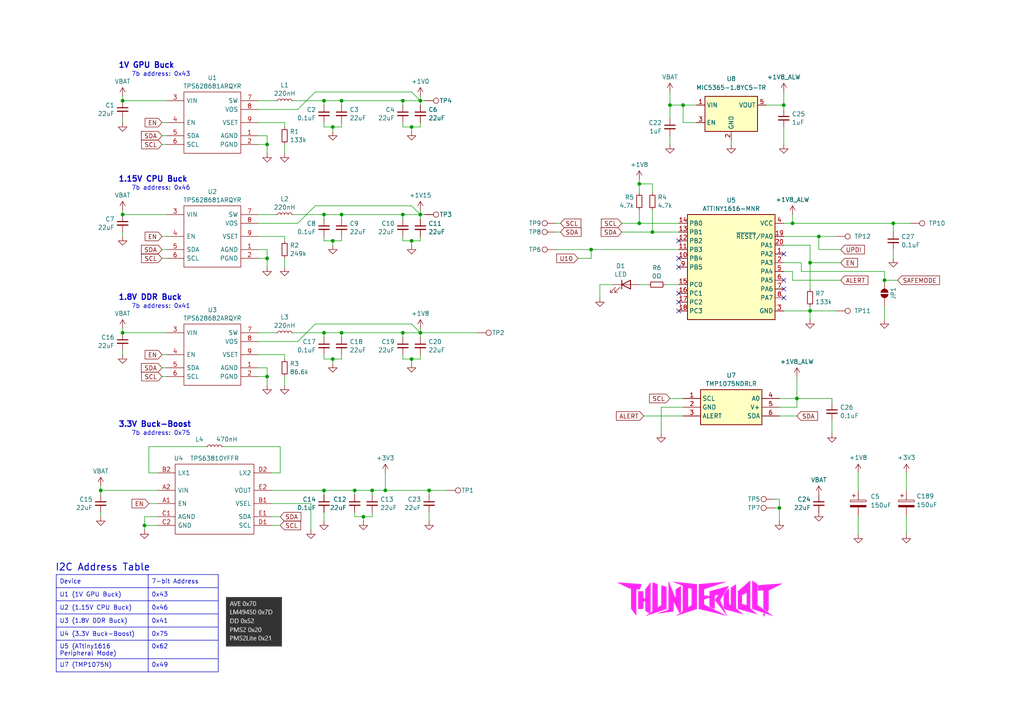
<source format=kicad_sch>
(kicad_sch (version 20240101) (generator "eeschema") (generator_version "8.99")
  (paper "A4")
  (junction (at 119.38 36.83))
  (junction (at 185.42 53.34))
  (junction (at 189.23 67.31))
  (junction (at 256.54 81.28))
  (junction (at 121.92 62.23))
  (junction (at 231.14 115.57))
  (junction (at 35.56 62.23))
  (junction (at 116.84 96.52))
  (junction (at 93.98 142.24))
  (junction (at 234.95 90.17))
  (junction (at 198.12 30.48))
  (junction (at 194.31 30.48))
  (junction (at 121.92 96.52))
  (junction (at 35.56 96.52))
  (junction (at 99.06 62.23))
  (junction (at 93.98 29.21))
  (junction (at 96.52 104.14))
  (junction (at 107.95 142.24))
  (junction (at 96.52 36.83))
  (junction (at 119.38 104.14))
  (junction (at 171.45 72.39))
  (junction (at 77.47 109.22))
  (junction (at 229.87 64.77))
  (junction (at 99.06 96.52))
  (junction (at 96.52 69.85))
  (junction (at 77.47 41.91))
  (junction (at 116.84 62.23))
  (junction (at 93.98 96.52))
  (junction (at 226.06 147.32))
  (junction (at 93.98 62.23))
  (junction (at 105.41 149.86))
  (junction (at 227.33 30.48))
  (junction (at 29.21 142.24))
  (junction (at 41.91 152.4))
  (junction (at 99.06 29.21))
  (junction (at 102.87 142.24))
  (junction (at 116.84 29.21))
  (junction (at 124.46 142.24))
  (junction (at 77.47 74.93))
  (junction (at 121.92 29.21))
  (junction (at 237.49 68.58))
  (junction (at 35.56 29.21))
  (junction (at 185.42 64.77))
  (junction (at 259.08 64.77))
  (junction (at 111.76 142.24))
  (junction (at 234.95 76.2))
  (junction (at 119.38 69.85))
  (no_connect (at 196.85 87.63))
  (no_connect (at 196.85 90.17))
  (no_connect (at 227.33 81.28))
  (no_connect (at 227.33 83.82))
  (no_connect (at 227.33 73.66))
  (no_connect (at 196.85 77.47))
  (no_connect (at 196.85 69.85))
  (no_connect (at 196.85 85.09))
  (no_connect (at 196.85 74.93))
  (no_connect (at 227.33 86.36))
  (wire (pts (xy 96.52 69.85) (xy 99.06 69.85)))
  (wire (pts (xy 93.98 36.83) (xy 96.52 36.83)))
  (wire (pts (xy 121.92 96.52) (xy 138.43 96.52)))
  (wire (pts (xy 35.56 35.56) (xy 35.56 34.29)))
  (wire (pts (xy 116.84 35.56) (xy 116.84 36.83)))
  (wire (pts (xy 121.92 35.56) (xy 121.92 36.83)))
  (wire (pts (xy 74.93 31.75) (xy 86.36 31.75)))
  (wire (pts (xy 234.95 76.2) (xy 234.95 83.82)))
  (wire (pts (xy 243.84 72.39) (xy 237.49 72.39)))
  (wire (pts (xy 194.31 115.57) (xy 198.12 115.57)))
  (wire (pts (xy 78.74 149.86) (xy 81.28 149.86)))
  (wire (pts (xy 232.41 78.74) (xy 256.54 78.74)))
  (wire (pts (xy 99.06 96.52) (xy 99.06 97.79)))
  (wire (pts (xy 198.12 35.56) (xy 198.12 30.48)))
  (wire (pts (xy 248.92 137.16) (xy 248.92 142.24)))
  (wire (pts (xy 105.41 151.13) (xy 105.41 149.86)))
  (wire (pts (xy 74.93 109.22) (xy 77.47 109.22)))
  (wire (pts (xy 241.3 125.73) (xy 241.3 121.92)))
  (wire (pts (xy 35.56 29.21) (xy 48.26 29.21)))
  (wire (pts (xy 96.52 36.83) (xy 99.06 36.83)))
  (wire (pts (xy 78.74 146.05) (xy 90.17 146.05)))
  (wire (pts (xy 121.92 60.96) (xy 121.92 62.23)))
  (wire (pts (xy 41.91 149.86) (xy 41.91 152.4)))
  (wire (pts (xy 224.79 147.32) (xy 226.06 147.32)))
  (wire (pts (xy 124.46 148.59) (xy 124.46 151.13)))
  (wire (pts (xy 116.84 62.23) (xy 116.84 63.5)))
  (wire (pts (xy 64.77 129.54) (xy 81.28 129.54)))
  (wire (pts (xy 226.06 144.78) (xy 226.06 147.32)))
  (wire (pts (xy 227.33 68.58) (xy 237.49 68.58)))
  (wire (pts (xy 35.56 68.58) (xy 35.56 67.31)))
  (wire (pts (xy 121.92 62.23) (xy 123.19 62.23)))
  (wire (pts (xy 231.14 120.65) (xy 226.06 120.65)))
  (wire (pts (xy 82.55 68.58) (xy 82.55 69.85)))
  (wire (pts (xy 93.98 62.23) (xy 99.06 62.23)))
  (wire (pts (xy 198.12 30.48) (xy 201.93 30.48)))
  (wire (pts (xy 46.99 35.56) (xy 48.26 35.56)))
  (wire (pts (xy 41.91 149.86) (xy 45.72 149.86)))
  (wire (pts (xy 93.98 68.58) (xy 93.98 69.85)))
  (wire (pts (xy 46.99 74.93) (xy 48.26 74.93)))
  (wire (pts (xy 259.08 67.31) (xy 259.08 64.77)))
  (wire (pts (xy 185.42 60.96) (xy 185.42 64.77)))
  (wire (pts (xy 116.84 96.52) (xy 121.92 96.52)))
  (wire (pts (xy 99.06 35.56) (xy 99.06 36.83)))
  (wire (pts (xy 227.33 26.67) (xy 227.33 30.48)))
  (wire (pts (xy 74.93 68.58) (xy 82.55 68.58)))
  (wire (pts (xy 121.92 29.21) (xy 123.19 29.21)))
  (wire (pts (xy 189.23 53.34) (xy 189.23 55.88)))
  (wire (pts (xy 116.84 96.52) (xy 116.84 97.79)))
  (wire (pts (xy 185.42 82.55) (xy 187.96 82.55)))
  (wire (pts (xy 191.77 125.73) (xy 191.77 118.11)))
  (wire (pts (xy 102.87 143.51) (xy 102.87 142.24)))
  (wire (pts (xy 82.55 41.91) (xy 82.55 44.45)))
  (wire (pts (xy 35.56 60.96) (xy 35.56 62.23)))
  (wire (pts (xy 77.47 74.93) (xy 77.47 77.47)))
  (wire (pts (xy 74.93 102.87) (xy 82.55 102.87)))
  (wire (pts (xy 77.47 41.91) (xy 77.47 44.45)))
  (wire (pts (xy 241.3 116.84) (xy 241.3 115.57)))
  (wire (pts (xy 43.18 129.54) (xy 43.18 137.16)))
  (wire (pts (xy 35.56 27.94) (xy 35.56 29.21)))
  (wire (pts (xy 241.3 115.57) (xy 231.14 115.57)))
  (wire (pts (xy 193.04 82.55) (xy 196.85 82.55)))
  (wire (pts (xy 93.98 62.23) (xy 93.98 63.5)))
  (wire (pts (xy 121.92 95.25) (xy 121.92 96.52)))
  (wire (pts (xy 256.54 92.71) (xy 256.54 88.9)))
  (wire (pts (xy 74.93 106.68) (xy 77.47 106.68)))
  (wire (pts (xy 29.21 142.24) (xy 45.72 142.24)))
  (wire (pts (xy 43.18 146.05) (xy 45.72 146.05)))
  (wire (pts (xy 121.92 62.23) (xy 121.92 63.5)))
  (wire (pts (xy 82.55 109.22) (xy 82.55 111.76)))
  (wire (pts (xy 41.91 152.4) (xy 45.72 152.4)))
  (wire (pts (xy 105.41 149.86) (xy 107.95 149.86)))
  (wire (pts (xy 96.52 104.14) (xy 99.06 104.14)))
  (wire (pts (xy 99.06 62.23) (xy 99.06 63.5)))
  (wire (pts (xy 119.38 105.41) (xy 119.38 104.14)))
  (wire (pts (xy 102.87 149.86) (xy 105.41 149.86)))
  (wire (pts (xy 85.09 29.21) (xy 93.98 29.21)))
  (wire (pts (xy 93.98 96.52) (xy 99.06 96.52)))
  (wire (pts (xy 227.33 76.2) (xy 232.41 76.2)))
  (wire (pts (xy 46.99 72.39) (xy 48.26 72.39)))
  (wire (pts (xy 93.98 142.24) (xy 102.87 142.24)))
  (wire (pts (xy 121.92 29.21) (xy 121.92 30.48)))
  (wire (pts (xy 86.36 31.75) (xy 91.44 26.67)))
  (wire (pts (xy 121.92 96.52) (xy 121.92 97.79)))
  (wire (pts (xy 116.84 29.21) (xy 121.92 29.21)))
  (wire (pts (xy 99.06 62.23) (xy 116.84 62.23)))
  (wire (pts (xy 229.87 78.74) (xy 229.87 81.28)))
  (wire (pts (xy 229.87 64.77) (xy 229.87 62.23)))
  (wire (pts (xy 259.08 64.77) (xy 229.87 64.77)))
  (wire (pts (xy 227.33 64.77) (xy 229.87 64.77)))
  (wire (pts (xy 107.95 148.59) (xy 107.95 149.86)))
  (wire (pts (xy 119.38 26.67) (xy 121.92 29.21)))
  (wire (pts (xy 237.49 72.39) (xy 237.49 68.58)))
  (wire (pts (xy 29.21 143.51) (xy 29.21 142.24)))
  (wire (pts (xy 226.06 115.57) (xy 231.14 115.57)))
  (wire (pts (xy 180.34 67.31) (xy 189.23 67.31)))
  (wire (pts (xy 124.46 142.24) (xy 124.46 143.51)))
  (wire (pts (xy 234.95 76.2) (xy 243.84 76.2)))
  (wire (pts (xy 91.44 93.98) (xy 119.38 93.98)))
  (wire (pts (xy 234.95 71.12) (xy 234.95 76.2)))
  (wire (pts (xy 29.21 149.86) (xy 29.21 148.59)))
  (wire (pts (xy 99.06 29.21) (xy 99.06 30.48)))
  (wire (pts (xy 121.92 102.87) (xy 121.92 104.14)))
  (wire (pts (xy 189.23 67.31) (xy 196.85 67.31)))
  (wire (pts (xy 119.38 93.98) (xy 121.92 96.52)))
  (wire (pts (xy 102.87 148.59) (xy 102.87 149.86)))
  (wire (pts (xy 82.55 74.93) (xy 82.55 77.47)))
  (wire (pts (xy 194.31 41.91) (xy 194.31 39.37)))
  (wire (pts (xy 234.95 88.9) (xy 234.95 90.17)))
  (wire (pts (xy 226.06 144.78) (xy 224.79 144.78)))
  (wire (pts (xy 111.76 137.16) (xy 111.76 142.24)))
  (wire (pts (xy 222.25 30.48) (xy 227.33 30.48)))
  (wire (pts (xy 74.93 62.23) (xy 80.01 62.23)))
  (wire (pts (xy 86.36 64.77) (xy 91.44 59.69)))
  (wire (pts (xy 96.52 38.1) (xy 96.52 36.83)))
  (wire (pts (xy 119.38 36.83) (xy 121.92 36.83)))
  (wire (pts (xy 74.93 64.77) (xy 86.36 64.77)))
  (wire (pts (xy 74.93 96.52) (xy 80.01 96.52)))
  (wire (pts (xy 99.06 68.58) (xy 99.06 69.85)))
  (wire (pts (xy 167.64 74.93) (xy 171.45 74.93)))
  (wire (pts (xy 90.17 146.05) (xy 90.17 153.67)))
  (wire (pts (xy 185.42 52.07) (xy 185.42 53.34)))
  (wire (pts (xy 78.74 152.4) (xy 81.28 152.4)))
  (wire (pts (xy 116.84 62.23) (xy 121.92 62.23)))
  (wire (pts (xy 264.16 64.77) (xy 259.08 64.77)))
  (wire (pts (xy 74.93 41.91) (xy 77.47 41.91)))
  (wire (pts (xy 93.98 102.87) (xy 93.98 104.14)))
  (wire (pts (xy 35.56 102.87) (xy 35.56 101.6)))
  (wire (pts (xy 85.09 96.52) (xy 93.98 96.52)))
  (wire (pts (xy 185.42 53.34) (xy 189.23 53.34)))
  (wire (pts (xy 116.84 36.83) (xy 119.38 36.83)))
  (wire (pts (xy 124.46 142.24) (xy 111.76 142.24)))
  (wire (pts (xy 186.69 120.65) (xy 198.12 120.65)))
  (wire (pts (xy 46.99 68.58) (xy 48.26 68.58)))
  (wire (pts (xy 107.95 143.51) (xy 107.95 142.24)))
  (wire (pts (xy 77.47 72.39) (xy 77.47 74.93)))
  (wire (pts (xy 234.95 90.17) (xy 234.95 92.71)))
  (wire (pts (xy 121.92 68.58) (xy 121.92 69.85)))
  (wire (pts (xy 102.87 142.24) (xy 107.95 142.24)))
  (wire (pts (xy 77.47 109.22) (xy 77.47 111.76)))
  (wire (pts (xy 91.44 59.69) (xy 119.38 59.69)))
  (wire (pts (xy 171.45 72.39) (xy 171.45 74.93)))
  (wire (pts (xy 93.98 104.14) (xy 96.52 104.14)))
  (wire (pts (xy 46.99 102.87) (xy 48.26 102.87)))
  (wire (pts (xy 116.84 68.58) (xy 116.84 69.85)))
  (wire (pts (xy 93.98 143.51) (xy 93.98 142.24)))
  (wire (pts (xy 74.93 72.39) (xy 77.47 72.39)))
  (wire (pts (xy 96.52 105.41) (xy 96.52 104.14)))
  (wire (pts (xy 99.06 96.52) (xy 116.84 96.52)))
  (wire (pts (xy 194.31 30.48) (xy 194.31 26.67)))
  (wire (pts (xy 129.54 142.24) (xy 124.46 142.24)))
  (wire (pts (xy 41.91 152.4) (xy 41.91 153.67)))
  (wire (pts (xy 231.14 118.11) (xy 226.06 118.11)))
  (wire (pts (xy 161.29 64.77) (xy 162.56 64.77)))
  (wire (pts (xy 96.52 71.12) (xy 96.52 69.85)))
  (wire (pts (xy 262.89 137.16) (xy 262.89 142.24)))
  (wire (pts (xy 227.33 90.17) (xy 234.95 90.17)))
  (wire (pts (xy 74.93 29.21) (xy 80.01 29.21)))
  (wire (pts (xy 227.33 78.74) (xy 229.87 78.74)))
  (wire (pts (xy 121.92 27.94) (xy 121.92 29.21)))
  (wire (pts (xy 229.87 81.28) (xy 243.84 81.28)))
  (wire (pts (xy 46.99 41.91) (xy 48.26 41.91)))
  (wire (pts (xy 35.56 96.52) (xy 48.26 96.52)))
  (wire (pts (xy 46.99 109.22) (xy 48.26 109.22)))
  (wire (pts (xy 86.36 99.06) (xy 91.44 93.98)))
  (wire (pts (xy 234.95 90.17) (xy 242.57 90.17)))
  (wire (pts (xy 119.38 38.1) (xy 119.38 36.83)))
  (wire (pts (xy 185.42 55.88) (xy 185.42 53.34)))
  (wire (pts (xy 93.98 69.85) (xy 96.52 69.85)))
  (wire (pts (xy 93.98 29.21) (xy 93.98 30.48)))
  (wire (pts (xy 256.54 81.28) (xy 260.35 81.28)))
  (wire (pts (xy 46.99 106.68) (xy 48.26 106.68)))
  (wire (pts (xy 259.08 74.93) (xy 259.08 72.39)))
  (wire (pts (xy 248.92 149.86) (xy 248.92 154.94)))
  (wire (pts (xy 93.98 151.13) (xy 93.98 148.59)))
  (wire (pts (xy 77.47 39.37) (xy 77.47 41.91)))
  (wire (pts (xy 196.85 72.39) (xy 171.45 72.39)))
  (wire (pts (xy 78.74 137.16) (xy 81.28 137.16)))
  (wire (pts (xy 107.95 142.24) (xy 111.76 142.24)))
  (wire (pts (xy 91.44 26.67) (xy 119.38 26.67)))
  (wire (pts (xy 212.09 41.91) (xy 212.09 40.64)))
  (wire (pts (xy 119.38 59.69) (xy 121.92 62.23)))
  (wire (pts (xy 35.56 95.25) (xy 35.56 96.52)))
  (wire (pts (xy 119.38 71.12) (xy 119.38 69.85)))
  (wire (pts (xy 35.56 62.23) (xy 48.26 62.23)))
  (wire (pts (xy 227.33 36.83) (xy 227.33 41.91)))
  (wire (pts (xy 82.55 36.83) (xy 82.55 35.56)))
  (wire (pts (xy 226.06 147.32) (xy 226.06 151.13)))
  (wire (pts (xy 237.49 68.58) (xy 242.57 68.58)))
  (wire (pts (xy 201.93 35.56) (xy 198.12 35.56)))
  (wire (pts (xy 74.93 74.93) (xy 77.47 74.93)))
  (wire (pts (xy 180.34 64.77) (xy 185.42 64.77)))
  (wire (pts (xy 116.84 104.14) (xy 119.38 104.14)))
  (wire (pts (xy 85.09 62.23) (xy 93.98 62.23)))
  (wire (pts (xy 78.74 142.24) (xy 93.98 142.24)))
  (wire (pts (xy 177.8 82.55) (xy 173.99 82.55)))
  (wire (pts (xy 82.55 102.87) (xy 82.55 104.14)))
  (wire (pts (xy 74.93 39.37) (xy 77.47 39.37)))
  (wire (pts (xy 231.14 109.22) (xy 231.14 115.57)))
  (wire (pts (xy 227.33 71.12) (xy 234.95 71.12)))
  (wire (pts (xy 119.38 104.14) (xy 121.92 104.14)))
  (wire (pts (xy 262.89 149.86) (xy 262.89 154.94)))
  (wire (pts (xy 116.84 69.85) (xy 119.38 69.85)))
  (wire (pts (xy 194.31 30.48) (xy 194.31 34.29)))
  (wire (pts (xy 189.23 60.96) (xy 189.23 67.31)))
  (wire (pts (xy 46.99 39.37) (xy 48.26 39.37)))
  (wire (pts (xy 232.41 76.2) (xy 232.41 78.74)))
  (wire (pts (xy 256.54 78.74) (xy 256.54 81.28)))
  (wire (pts (xy 185.42 64.77) (xy 196.85 64.77)))
  (wire (pts (xy 231.14 115.57) (xy 231.14 118.11)))
  (wire (pts (xy 74.93 99.06) (xy 86.36 99.06)))
  (wire (pts (xy 29.21 140.97) (xy 29.21 142.24)))
  (wire (pts (xy 77.47 106.68) (xy 77.47 109.22)))
  (wire (pts (xy 93.98 29.21) (xy 99.06 29.21)))
  (wire (pts (xy 116.84 29.21) (xy 116.84 30.48)))
  (wire (pts (xy 116.84 102.87) (xy 116.84 104.14)))
  (wire (pts (xy 82.55 35.56) (xy 74.93 35.56)))
  (wire (pts (xy 99.06 29.21) (xy 116.84 29.21)))
  (wire (pts (xy 43.18 129.54) (xy 59.69 129.54)))
  (wire (pts (xy 161.29 67.31) (xy 162.56 67.31)))
  (wire (pts (xy 99.06 102.87) (xy 99.06 104.14)))
  (wire (pts (xy 81.28 129.54) (xy 81.28 137.16)))
  (wire (pts (xy 93.98 35.56) (xy 93.98 36.83)))
  (wire (pts (xy 171.45 72.39) (xy 161.29 72.39)))
  (wire (pts (xy 227.33 30.48) (xy 227.33 31.75)))
  (wire (pts (xy 191.77 118.11) (xy 198.12 118.11)))
  (wire (pts (xy 194.31 30.48) (xy 198.12 30.48)))
  (wire (pts (xy 173.99 82.55) (xy 173.99 86.36)))
  (wire (pts (xy 43.18 137.16) (xy 45.72 137.16)))
  (wire (pts (xy 119.38 69.85) (xy 121.92 69.85)))
  (wire (pts (xy 93.98 96.52) (xy 93.98 97.79)))
  (polyline (pts (xy 189.2631 168.9068) (xy 189.312 168.9212) (xy 189.4813 168.9744) (xy 189.7244 169.053) (xy 190.016 169.149) (xy 190.7613 169.3963) (xy 190.7613 172.7804) (xy 190.77 175.1705) (xy 190.7795 175.8976) (xy 190.791 176.1646) (xy 190.7966 176.1629) (xy 190.8069 176.158) (xy 190.841 176.1389) (xy 190.891 176.1088) (xy 190.9549 176.0689) (xy 191.0305 176.0206) (xy 191.1158 175.9653) (xy 191.2087 175.9042) (xy 191.307 175.8387) (xy 191.7931 175.5127) (xy 191.7931 172.624) (xy 191.8016 170.5838) (xy 191.8107 169.9631) (xy 191.8218 169.7352) (xy 191.8428 169.7402) (xy 191.8917 169.7547) (xy 192.061 169.8078) (xy 192.3042 169.8865) (xy 192.5959 169.9825) (xy 193.3414 170.2299) (xy 193.3313 173.4411) (xy 193.3211 176.6524) (xy 190.285 177.6764) (xy 188.1297 178.4001) (xy 187.2112 178.7024) (xy 187.2091 178.7025) (xy 187.207 178.7025) (xy 187.2052 178.7024) (xy 187.2034 178.7023) (xy 187.2018 178.7021) (xy 187.2003 178.7018) (xy 187.199 178.7014) (xy 187.1978 178.7009) (xy 187.1968 178.7004) (xy 187.1959 178.6998) (xy 187.1951 178.6991) (xy 187.1945 178.6984) (xy 187.194 178.6975) (xy 187.1936 178.6966) (xy 187.1934 178.6957) (xy 187.1934 178.6946) (xy 187.1934 178.6935) (xy 187.1936 178.6924) (xy 187.194 178.6911) (xy 187.1945 178.6898) (xy 187.1951 178.6884) (xy 187.1959 178.687) (xy 187.1968 178.6855) (xy 187.1978 178.6839) (xy 187.199 178.6823) (xy 187.2003 178.6805) (xy 187.2018 178.6788) (xy 187.2034 178.677) (xy 187.2052 178.6751) (xy 187.207 178.6731) (xy 187.2091 178.6711) (xy 187.2112 178.669) (xy 187.2374 178.6492) (xy 187.2979 178.6064) (xy 187.506 178.4622) (xy 187.8043 178.2578) (xy 188.1617 178.0148) (xy 188.8268 177.5618) (xy 189.045 177.4115) (xy 189.144 177.3415) (xy 189.15 177.336) (xy 189.1556 177.3287) (xy 189.1608 177.3189) (xy 189.1658 177.3061) (xy 189.1704 177.2895) (xy 189.1747 177.2686) (xy 189.1787 177.2426) (xy 189.1824 177.2111) (xy 189.1859 177.1732) (xy 189.1891 177.1284) (xy 189.192 177.076) (xy 189.1947 177.0154) (xy 189.1994 176.8671) (xy 189.2032 176.6783) (xy 189.2063 176.4438) (xy 189.2087 176.1585) (xy 189.2105 175.8174) (xy 189.2118 175.4153) (xy 189.2132 174.4075) (xy 189.2135 173.0943) (xy 189.2219 170.1333) (xy 189.231 169.2326) (xy 189.2421 168.9017) (xy 189.2631 168.9068)) (stroke (width -0.0001) (type solid) (color 255 38 243 1)) (fill (type outline)))
  (polyline (pts (xy 221.4517 177.8428) (xy 221.4673 177.8482) (xy 221.492 177.856) (xy 221.5634 177.8772) (xy 221.6559 177.9037) (xy 221.7593 177.9323) (xy 221.8114 177.9469) (xy 221.8613 177.9617) (xy 221.9079 177.9763) (xy 221.95 177.9903) (xy 221.9864 178.0033) (xy 222.0158 178.0149) (xy 222.0371 178.0246) (xy 222.0444 178.0286) (xy 222.0492 178.0321) (xy 222.0503 178.0361) (xy 222.0487 178.0436) (xy 222.0379 178.0684) (xy 222.0181 178.1049) (xy 221.9903 178.1515) (xy 221.9152 178.2687) (xy 221.8213 178.4072) (xy 221.7174 178.5544) (xy 221.6123 178.6975) (xy 221.5149 178.8239) (xy 221.4717 178.8769) (xy 221.4338 178.9208) (xy 221.4321 178.9221) (xy 221.4303 178.9218) (xy 221.4286 178.9201) (xy 221.427 178.917) (xy 221.4237 178.9068) (xy 221.4206 178.8912) (xy 221.4177 178.8708) (xy 221.4149 178.8455) (xy 221.4123 178.8159) (xy 221.4099 178.782) (xy 221.4058 178.7027) (xy 221.4027 178.6097) (xy 221.4007 178.505) (xy 221.4 178.3907) (xy 221.4006 178.2373) (xy 221.4023 178.113) (xy 221.4056 178.0154) (xy 221.4105 177.942) (xy 221.4137 177.9137) (xy 221.4174 177.8905) (xy 221.4216 177.8722) (xy 221.4264 177.8584) (xy 221.4317 177.8489) (xy 221.4377 177.8433) (xy 221.4444 177.8414) (xy 221.4517 177.8428)) (stroke (width -0.0001) (type solid) (color 255 38 243 1)) (fill (type outline)))
  (polyline (pts (xy 179.07 168.91) (xy 179.1848 168.915) (xy 179.5697 168.9376) (xy 180.1142 168.9741) (xy 180.7611 169.0207) (xy 184.2457 169.2769) (xy 185.5485 169.3757) (xy 185.9482 169.409) (xy 186.099 169.4253) (xy 186.0965 169.4452) (xy 186.0836 169.4957) (xy 186.0323 169.6712) (xy 185.8669 170.1982) (xy 185.6921 170.7282) (xy 185.6292 170.9074) (xy 185.6088 170.9603) (xy 185.5976 170.983) (xy 185.5958 170.9841) (xy 185.5928 170.985) (xy 185.583 170.9863) (xy 185.5685 170.9871) (xy 185.5495 170.9874) (xy 185.4994 170.9863) (xy 185.4346 170.9832) (xy 185.3575 170.9782) (xy 185.2701 170.9714) (xy 185.1746 170.9631) (xy 185.0732 170.9532) (xy 184.5704 170.9017) (xy 184.5603 174.7641) (xy 184.5502 178.6265) (xy 183.7862 177.6068) (xy 183.0222 176.5871) (xy 183.0222 170.7382) (xy 182.7735 170.7183) (xy 182.7312 170.7139) (xy 182.6877 170.7072) (xy 182.6407 170.697) (xy 182.5881 170.6823) (xy 182.5278 170.6623) (xy 182.4574 170.636) (xy 182.3748 170.6023) (xy 182.2779 170.5604) (xy 182.1644 170.5092) (xy 182.0321 170.4477) (xy 181.8789 170.3751) (xy 181.7025 170.2903) (xy 181.2714 170.0803) (xy 180.7215 169.8099) (xy 179.914 169.4086) (xy 179.3709 169.1302) (xy 179.1937 169.0346) (xy 179.0769 168.9667) (xy 179.0185 168.9254) (xy 179.0106 168.9145) (xy 179.0167 168.9099) (xy 179.07 168.91)) (stroke (width -0.0001) (type solid) (color 255 38 243 1)) (fill (type outline)))
  (polyline (pts (xy 188.6949 168.903) (xy 188.6978 168.9032) (xy 188.7006 168.9035) (xy 188.7032 168.9039) (xy 188.7057 168.9044) (xy 188.7081 168.9051) (xy 188.7104 168.906) (xy 188.7125 168.9069) (xy 188.7145 168.908) (xy 188.7163 168.9092) (xy 188.7181 168.9106) (xy 188.7197 168.912) (xy 188.7211 168.9136) (xy 188.7224 168.9153) (xy 188.7236 168.9171) (xy 188.7246 168.9191) (xy 188.7255 168.9211) (xy 188.7263 168.9233) (xy 188.7269 168.9256) (xy 188.7274 168.928) (xy 188.7277 168.9305) (xy 188.7279 168.9331) (xy 188.7279 168.9358) (xy 188.7278 168.9386) (xy 188.7276 168.9415) (xy 188.7272 168.9445) (xy 188.7266 168.9476) (xy 188.7259 168.9508) (xy 188.7251 168.9541) (xy 188.7241 168.9575) (xy 188.7229 168.961) (xy 188.7216 168.9645) (xy 188.7168 169.0641) (xy 188.7123 169.3252) (xy 188.7046 170.2607) (xy 188.6975 173.289) (xy 188.6975 177.5507) (xy 188.4616 177.7109) (xy 188.369 177.7729) (xy 188.2914 177.8233) (xy 188.2607 177.8426) (xy 188.2368 177.857) (xy 188.2208 177.8659) (xy 188.216 177.8681) (xy 188.2135 177.8687) (xy 188.2004 177.861) (xy 188.1673 177.8397) (xy 188.0505 177.7626) (xy 187.8807 177.649) (xy 187.6756 177.5108) (xy 187.1497 177.1553) (xy 187.1497 175.7471) (xy 187.1481 175.2003) (xy 187.1436 174.7526) (xy 187.1369 174.45) (xy 187.133 174.3677) (xy 187.1287 174.3389) (xy 187.1254 174.3395) (xy 187.1197 174.3414) (xy 187.1019 174.3484) (xy 187.0764 174.3594) (xy 187.0443 174.3741) (xy 187.0066 174.3918) (xy 186.9644 174.4121) (xy 186.9188 174.4345) (xy 186.8708 174.4586) (xy 186.6338 174.5782) (xy 186.6338 176.6408) (xy 185.086 176.6408) (xy 185.086 171.4814) (xy 186.6338 171.4814) (xy 186.6338 173.5452) (xy 187.1497 173.5452) (xy 187.1497 170.9637) (xy 187.8939 169.934) (xy 188.187 169.5341) (xy 188.4352 169.2064) (xy 188.5343 169.0802) (xy 188.6122 168.9848) (xy 188.6658 168.9243) (xy 188.6825 168.9085) (xy 188.6919 168.903) (xy 188.6949 168.903)) (stroke (width -0.0001) (type solid) (color 255 38 243 1)) (fill (type outline)))
  (polyline (pts (xy 194.9204 170.9853) (xy 195.9405 173.5253) (xy 195.9525 172.2355) (xy 195.9645 170.9456) (xy 196.7022 170.4496) (xy 197.2332 170.0953) (xy 197.4025 169.9845) (xy 197.474 169.9402) (xy 197.4775 169.9583) (xy 197.4809 170.0142) (xy 197.4873 170.2317) (xy 197.4982 171.038) (xy 197.5055 172.2401) (xy 197.5082 173.7192) (xy 197.5082 177.5114) (xy 197.2868 177.675) (xy 197.2421 177.7075) (xy 197.1999 177.7374) (xy 197.1611 177.7639) (xy 197.1268 177.7865) (xy 197.0979 177.8045) (xy 197.0753 177.8174) (xy 197.0667 177.8216) (xy 197.0601 177.8244) (xy 197.0555 177.8256) (xy 197.054 177.8255) (xy 197.0531 177.825) (xy 196.9845 177.693) (xy 196.8069 177.3434) (xy 196.2326 176.2042) (xy 195.4246 174.5969) (xy 195.4047 175.9857) (xy 195.3849 177.3744) (xy 193.2021 177.6397) (xy 190.9084 177.9211) (xy 190.897 177.9226) (xy 190.8856 177.9236) (xy 190.8745 177.9243) (xy 190.8636 177.9246) (xy 190.8529 177.9245) (xy 190.8427 177.924) (xy 190.8329 177.9232) (xy 190.8236 177.922) (xy 190.8148 177.9205) (xy 190.8067 177.9187) (xy 190.7993 177.9166) (xy 190.7927 177.9141) (xy 190.787 177.9114) (xy 190.7821 177.9084) (xy 190.7782 177.9051) (xy 190.7767 177.9034) (xy 190.7754 177.9015) (xy 190.7732 177.8979) (xy 190.7713 177.8942) (xy 190.7695 177.8906) (xy 190.7679 177.8871) (xy 190.7666 177.8836) (xy 190.7655 177.8803) (xy 190.7646 177.877) (xy 190.7639 177.874) (xy 190.7635 177.8711) (xy 190.7633 177.8685) (xy 190.7633 177.866) (xy 190.7636 177.8638) (xy 190.7638 177.8628) (xy 190.7641 177.8619) (xy 190.7645 177.861) (xy 190.7649 177.8602) (xy 190.7654 177.8595) (xy 190.7659 177.8589) (xy 190.7665 177.8584) (xy 190.7672 177.8579) (xy 191.2201 177.7071) (xy 192.2892 177.3555) (xy 193.3689 176.9958) (xy 193.7087 176.8783) (xy 193.8062 176.8427) (xy 193.847 176.8254) (xy 193.8506 176.8202) (xy 193.854 176.8097) (xy 193.8604 176.7715) (xy 193.8661 176.7087) (xy 193.8713 176.6189) (xy 193.8801 176.3494) (xy 193.8868 175.945) (xy 193.8918 175.3877) (xy 193.8953 174.6594) (xy 193.8984 172.6176) (xy 193.9003 168.4453) (xy 194.9204 170.9853)) (stroke (width -0.0001) (type solid) (color 255 38 243 1)) (fill (type outline)))
  (polyline (pts (xy 218.1723 168.3885) (xy 218.1861 168.3963) (xy 218.2352 168.4266) (xy 218.4079 168.5375) (xy 218.6582 168.7017) (xy 218.96 168.9022) (xy 219.7331 169.4187) (xy 219.7336 172.4642) (xy 219.734 175.5097) (xy 220.513 176.0437) (xy 220.8192 176.2547) (xy 221.077 176.4346) (xy 221.2593 176.5643) (xy 221.3136 176.6043) (xy 221.339 176.6247) (xy 221.3467 176.6314) (xy 221.3601 176.6416) (xy 221.4024 176.6718) (xy 221.4634 176.7135) (xy 221.5404 176.7652) (xy 221.7327 176.8915) (xy 221.9588 177.037) (xy 222.1874 177.1844) (xy 222.3866 177.3158) (xy 222.5349 177.4167) (xy 222.5833 177.4513) (xy 222.6109 177.4729) (xy 222.6431 177.4983) (xy 222.7044 177.5435) (xy 222.9001 177.6834) (xy 223.1696 177.8723) (xy 223.484 178.0902) (xy 223.9781 178.4313) (xy 224.1335 178.54) (xy 224.2384 178.6154) (xy 224.3011 178.6633) (xy 224.3294 178.6897) (xy 224.3332 178.6967) (xy 224.3315 178.7006) (xy 224.3253 178.702) (xy 224.3155 178.7018) (xy 224.2824 178.6925) (xy 224.2022 178.6671) (xy 223.9216 178.5747) (xy 223.516 178.4387) (xy 223.0276 178.2731) (xy 223.0272 178.2731) (xy 222.0901 177.9554) (xy 221.5926 177.7897) (xy 220.9831 177.5878) (xy 219.7768 177.1832) (xy 218.1456 176.6342) (xy 218.1456 172.51) (xy 218.1517 169.5973) (xy 218.1662 168.3858) (xy 218.1723 168.3885)) (stroke (width -0.0001) (type solid) (color 255 38 243 1)) (fill (type outline)))
  (polyline (pts (xy 217.5976 168.41) (xy 217.6014 168.4648) (xy 217.6084 168.6809) (xy 217.6199 169.5033) (xy 217.6275 170.7773) (xy 217.6304 172.4207) (xy 217.6312 176.4622) (xy 218.6623 177.3122) (xy 219.3906 177.9164) (xy 219.6121 178.1032) (xy 219.6935 178.1754) (xy 219.6935 178.1765) (xy 219.6934 178.1774) (xy 219.6932 178.1784) (xy 219.693 178.1788) (xy 219.6928 178.1792) (xy 219.6925 178.1796) (xy 219.6921 178.18) (xy 219.6917 178.1803) (xy 219.6912 178.1806) (xy 219.6905 178.1809) (xy 219.6898 178.1811) (xy 219.689 178.1813) (xy 219.688 178.1814) (xy 219.6869 178.1815) (xy 219.6857 178.1816) (xy 219.6843 178.1816) (xy 219.6828 178.1816) (xy 219.6793 178.1813) (xy 219.6751 178.1809) (xy 219.6701 178.1802) (xy 219.6643 178.1793) (xy 219.6577 178.1781) (xy 219.65 178.1766) (xy 219.6414 178.1748) (xy 219.6317 178.1727) (xy 219.6208 178.1702) (xy 219.6088 178.1674) (xy 219.5955 178.1643) (xy 219.5809 178.1607) (xy 219.5648 178.1567) (xy 219.5474 178.1523) (xy 219.5284 178.1475) (xy 219.5078 178.1422) (xy 219.4617 178.1302) (xy 219.4085 178.1162) (xy 219.3477 178.1) (xy 219.2789 178.0815) (xy 219.2015 178.0606) (xy 219.115 178.0372) (xy 219.0189 178.011) (xy 218.9128 177.982) (xy 218.796 177.95) (xy 218.6682 177.915) (xy 218.5287 177.8767) (xy 218.213 177.7898) (xy 217.8449 177.6884) (xy 216.9352 177.4376) (xy 214.1273 176.6664) (xy 214.0182 176.6393) (xy 214.0182 175.1693) (xy 215.2088 175.1693) (xy 215.3774 175.2142) (xy 215.6365 175.2848) (xy 216.0224 175.3916) (xy 216.3675 175.486) (xy 216.4792 175.5153) (xy 216.5284 175.5268) (xy 216.5314 175.5177) (xy 216.5344 175.4905) (xy 216.5399 175.3854) (xy 216.545 175.2189) (xy 216.5494 174.9983) (xy 216.5558 174.4247) (xy 216.5581 173.7238) (xy 216.5582 173.7238) (xy 216.5561 173.0226) (xy 216.5507 172.4484) (xy 216.5425 172.0605) (xy 216.5378 171.9548) (xy 216.5326 171.918) (xy 216.5267 171.9199) (xy 216.5143 171.9253) (xy 216.4715 171.9464) (xy 216.4071 171.9797) (xy 216.3239 172.0238) (xy 216.112 172.1384) (xy 215.858 172.2783) (xy 215.2088 172.6387) (xy 215.2088 175.1693) (xy 214.0182 175.1693) (xy 214.0182 171.4776) (xy 214.1273 171.3762) (xy 214.7654 170.8176) (xy 215.9379 169.8053) (xy 217.0717 168.8325) (xy 217.5937 168.3924) (xy 217.5976 168.41)) (stroke (width -0.0001) (type solid) (color 255 38 243 1)) (fill (type outline)))
  (polyline (pts (xy 213.5022 172.9462) (xy 213.5221 176.4793) (xy 214.5142 177.297) (xy 215.1449 177.8173) (xy 215.4602 178.0815) (xy 215.5308 178.1444) (xy 215.56 178.1756) (xy 215.563 178.1827) (xy 215.5603 178.1858) (xy 215.5441 178.1859) (xy 215.3948 178.1475) (xy 215.0162 178.045) (xy 213.7999 177.7101) (xy 211.1131 176.97) (xy 210.1329 176.7028) (xy 210.0118 176.4286) (xy 209.8906 176.1543) (xy 209.8906 172.5399) (xy 210.3483 171.8367) (xy 210.4969 171.6092) (xy 210.6138 171.434) (xy 210.6629 171.3629) (xy 210.7073 171.3011) (xy 210.7478 171.2476) (xy 210.7856 171.2009) (xy 210.8217 171.16) (xy 210.857 171.1236) (xy 210.8927 171.0905) (xy 210.9298 171.0594) (xy 210.9692 171.0291) (xy 211.0121 170.9984) (xy 211.1123 170.9311) (xy 211.4186 170.7288) (xy 211.4385 173.0397) (xy 211.4583 175.3506) (xy 211.6964 175.4136) (xy 211.9346 175.4767) (xy 211.9544 172.9561) (xy 211.9742 170.4354) (xy 212.7283 169.9242) (xy 213.4824 169.4131) (xy 213.5022 172.9462)) (stroke (width -0.0001) (type solid) (color 255 38 243 1)) (fill (type outline)))
  (polyline (pts (xy 195.0793 168.7064) (xy 195.1474 168.7118) (xy 195.3752 168.7322) (xy 195.6972 168.7628) (xy 196.0794 168.8004) (xy 199.5124 169.1396) (xy 201.2764 169.3162) (xy 202.0623 169.4006) (xy 202.1516 169.4192) (xy 202.1516 176.6351) (xy 201.9432 176.7127) (xy 199.0233 177.6873) (xy 196.1191 178.6438) (xy 196.0877 178.6527) (xy 196.0752 178.656) (xy 196.065 178.6586) (xy 196.0568 178.6603) (xy 196.0507 178.6611) (xy 196.0484 178.6612) (xy 196.0467 178.6611) (xy 196.0454 178.6607) (xy 196.0447 178.6601) (xy 196.0445 178.6592) (xy 196.0447 178.6581) (xy 196.0455 178.6567) (xy 196.0468 178.6551) (xy 196.0508 178.651) (xy 196.0567 178.6458) (xy 196.0645 178.6395) (xy 196.0742 178.632) (xy 196.0992 178.6133) (xy 196.7934 178.1255) (xy 197.7476 177.4619) (xy 198.0245 177.271) (xy 198.0144 173.5729) (xy 198.0137 173.3226) (xy 199.5719 173.3226) (xy 199.5806 175.3293) (xy 199.5901 175.9394) (xy 199.5957 176.1054) (xy 199.6017 176.1631) (xy 199.6072 176.1612) (xy 199.6174 176.1561) (xy 199.6508 176.1365) (xy 199.6999 176.1058) (xy 199.7626 176.0652) (xy 199.8368 176.0162) (xy 199.9204 175.96) (xy 200.0114 175.8981) (xy 200.1077 175.8318) (xy 200.5839 175.502) (xy 200.5935 173.1841) (xy 200.6031 170.8663) (xy 200.1371 170.6923) (xy 199.6215 170.4996) (xy 199.6179 170.5) (xy 199.6145 170.504) (xy 199.6112 170.512) (xy 199.6081 170.524) (xy 199.6023 170.5611) (xy 199.5971 170.617) (xy 199.5925 170.6931) (xy 199.5885 170.7911) (xy 199.5819 171.0591) (xy 199.5772 171.4336) (xy 199.5741 171.9272) (xy 199.5724 172.5527) (xy 199.5719 173.3226) (xy 198.0137 173.3226) (xy 198.0042 169.8747) (xy 197.5677 169.7077) (xy 196.576 169.3252) (xy 195.7632 169.0057) (xy 195.2226 168.7865) (xy 195.0836 168.7261) (xy 195.0475 168.7047) (xy 195.0793 168.7064)) (stroke (width -0.0001) (type solid) (color 255 38 243 1)) (fill (type outline)))
  (polyline (pts (xy 226.9564 169.2292) (xy 226.9564 169.2328) (xy 226.9522 169.2382) (xy 226.9439 169.2456) (xy 226.915 169.2661) (xy 226.8696 169.2943) (xy 226.8075 169.3303) (xy 226.7286 169.3741) (xy 226.5203 169.4852) (xy 226.244 169.628) (xy 225.8988 169.803) (xy 225.4842 170.0106) (xy 224.9993 170.251) (xy 222.9508 171.2631) (xy 222.9493 174.0836) (xy 222.9478 176.9042) (xy 222.7907 177.1148) (xy 222.6759 177.2673) (xy 222.638 177.3167) (xy 222.6206 177.3384) (xy 222.6191 177.3385) (xy 222.6161 177.3377) (xy 222.6056 177.3332) (xy 222.5895 177.325) (xy 222.5679 177.3133) (xy 222.5098 177.2801) (xy 222.434 177.2353) (xy 222.343 177.1803) (xy 222.2393 177.1165) (xy 222.1253 177.0457) (xy 222.0038 176.9692) (xy 221.4 176.587) (xy 221.4 171.2433) (xy 221.2512 171.244) (xy 221.2104 171.2454) (xy 221.1511 171.2489) (xy 220.9887 171.2616) (xy 220.7864 171.2802) (xy 220.5666 171.3028) (xy 220.3515 171.3254) (xy 220.162 171.344) (xy 220.0185 171.3567) (xy 219.9415 171.3615) (xy 219.8522 171.3623) (xy 219.8522 169.74) (xy 220.0209 169.7183) (xy 220.2195 169.7004) (xy 220.6355 169.6678) (xy 221.8763 169.577) (xy 225.21 169.3367) (xy 226.4013 169.2548) (xy 226.7854 169.2326) (xy 226.9524 169.2275) (xy 226.9564 169.2292)) (stroke (width -0.0001) (type solid) (color 255 38 243 1)) (fill (type outline)))
  (polyline (pts (xy 210.7244 168.7292) (xy 210.5391 168.7943) (xy 209.844 169.0321) (xy 207.5292 169.811) (xy 204.2352 170.9125) (xy 204.2245 171.7856) (xy 204.2138 172.6588) (xy 204.8397 172.7468) (xy 205.6134 172.8576) (xy 205.7613 172.8803) (xy 205.7721 172.1753) (xy 205.783 171.4703) (xy 208.5983 170.7027) (xy 210.5887 170.1633) (xy 211.4206 169.9443) (xy 211.3909 170.0002) (xy 211.3039 170.1465) (xy 211.0075 170.63) (xy 210.6307 171.2343) (xy 210.2728 171.7989) (xy 209.9017 172.3859) (xy 209.421 173.1563) (xy 208.8621 174.0573) (xy 209.3812 175.22) (xy 209.7802 176.117) (xy 210.0105 176.6408) (xy 210.1955 177.062) (xy 210.4856 177.7124) (xy 210.8677 178.5671) (xy 210.8685 178.5692) (xy 210.8691 178.5713) (xy 210.8695 178.5733) (xy 210.8697 178.5754) (xy 210.8697 178.5774) (xy 210.8696 178.5794) (xy 210.8693 178.5813) (xy 210.8688 178.5832) (xy 210.8681 178.5851) (xy 210.8673 178.587) (xy 210.8663 178.5888) (xy 210.8652 178.5905) (xy 210.8639 178.5922) (xy 210.8624 178.5938) (xy 210.8608 178.5954) (xy 210.8591 178.597) (xy 210.8572 178.5984) (xy 210.8552 178.5998) (xy 210.853 178.6012) (xy 210.8507 178.6024) (xy 210.8483 178.6036) (xy 210.8458 178.6047) (xy 210.8431 178.6058) (xy 210.8404 178.6067) (xy 210.8375 178.6076) (xy 210.8345 178.6084) (xy 210.8314 178.6091) (xy 210.8282 178.6097) (xy 210.8249 178.6102) (xy 210.8215 178.6106) (xy 210.818 178.6109) (xy 210.8144 178.6111) (xy 210.4754 178.5361) (xy 209.6046 178.3297) (xy 206.795 177.649) (xy 202.7568 176.6616) (xy 202.6675 176.6393) (xy 202.6675 173.881) (xy 204.2153 173.881) (xy 204.2168 175.3113) (xy 207.4804 176.9461) (xy 209.794 178.1014) (xy 210.7737 178.5832) (xy 210.7768 178.5833) (xy 210.7797 178.5832) (xy 210.7826 178.5829) (xy 210.7853 178.5824) (xy 210.7879 178.5817) (xy 210.7904 178.5808) (xy 210.7926 178.5797) (xy 210.7948 178.5785) (xy 210.7967 178.5771) (xy 210.7976 178.5764) (xy 210.7984 178.5756) (xy 210.7992 178.5748) (xy 210.7999 178.5739) (xy 210.8006 178.5731) (xy 210.8012 178.5721) (xy 210.8017 178.5712) (xy 210.8022 178.5703) (xy 210.8026 178.5693) (xy 210.8029 178.5683) (xy 210.8032 178.5672) (xy 210.8034 178.5662) (xy 210.8035 178.5651) (xy 210.8035 178.564) (xy 210.7678 178.5139) (xy 210.6657 178.3785) (xy 210.2905 177.8894) (xy 209.7352 177.171) (xy 209.0572 176.2976) (xy 207.311 174.0527) (xy 207.311 176.6408) (xy 207.2133 176.6408) (xy 207.1999 176.6391) (xy 207.1799 176.6342) (xy 207.1539 176.6262) (xy 207.1221 176.6153) (xy 207.043 176.5853) (xy 206.9457 176.5457) (xy 206.8336 176.4978) (xy 206.7097 176.4428) (xy 206.5773 176.3822) (xy 206.4394 176.3172) (xy 205.7632 175.9935) (xy 205.7632 174.69) (xy 205.7609 174.1838) (xy 205.7547 173.7693) (xy 205.7456 173.4893) (xy 205.7403 173.413) (xy 205.7383 173.3993) (xy 207.311 173.3993) (xy 207.3116 173.5312) (xy 207.3136 173.6507) (xy 207.3167 173.756) (xy 207.3208 173.845) (xy 207.3259 173.9158) (xy 207.3318 173.9665) (xy 207.3351 173.9836) (xy 207.3385 173.995) (xy 207.342 174.0004) (xy 207.3438 174.0008) (xy 207.3457 173.9996) (xy 207.3625 173.9772) (xy 207.3971 173.9278) (xy 207.5117 173.7602) (xy 207.6723 173.5218) (xy 207.8621 173.2376) (xy 208.0475 172.9564) (xy 208.1961 172.7261) (xy 208.2928 172.5705) (xy 208.317 172.5281) (xy 208.3222 172.5171) (xy 208.3225 172.5133) (xy 208.3081 172.5158) (xy 208.2751 172.5231) (xy 208.1619 172.5497) (xy 207.9999 172.5891) (xy 207.806 172.6373) (xy 207.311 172.7613) (xy 207.311 173.3993) (xy 205.7383 173.3993) (xy 205.7374 173.3932) (xy 205.7345 173.3864) (xy 205.7135 173.3915) (xy 205.6646 173.4059) (xy 205.4954 173.4591) (xy 205.2522 173.5377) (xy 204.9606 173.6337) (xy 204.2153 173.881) (xy 202.6675 173.881) (xy 202.6675 169.4213) (xy 202.7965 169.4008) (xy 206.823 169.0425) (xy 210.7836 168.706) (xy 210.7244 168.7292)) (stroke (width -0.0001) (type solid) (color 255 38 243 1)) (fill (type outline)))
  (image (at 73.66 180.34) (scale 0.5))
  (text "I2C Address Table" (at 29.83 164.6627 0) (effects (font (size 2 2) (thickness 0.254) (bold yes))))
  (text "3.3V Buck-Boost" (at 34.29 123.19 0) (effects (font (size 1.6 1.6) (thickness 0.32) (bold yes)) (justify left)))
  (text "1.15V CPU Buck" (at 34.29 52.07 0) (effects (font (size 1.6 1.6) (thickness 0.32) (bold yes)) (justify left)))
  (text "7b address: 0x43" (at 38.1 21.59 0) (effects (font (size 1.27 1.27) (thickness 0.1588)) (justify left)))
  (text "7b address: 0x41" (at 38.1 88.9 0) (effects (font (size 1.27 1.27) (thickness 0.1588)) (justify left)))
  (text "1.8V DDR Buck" (at 34.29 86.36 0) (effects (font (size 1.6 1.6) (thickness 0.32) (bold yes)) (justify left)))
  (text "1V GPU Buck" (at 34.29 19.05 0) (effects (font (size 1.6 1.6) (thickness 0.32) (bold yes)) (justify left)))
  (text "7b address: 0x75" (at 38.1 125.73 0) (effects (font (size 1.27 1.27) (thickness 0.1588)) (justify left)))
  (text "7b address: 0x46" (at 38.1 54.61 0) (effects (font (size 1.27 1.27) (thickness 0.1588)) (justify left)))
  (table (column_count 2) (border (external yes) (header yes)) (separators (rows yes) (cols yes)) (column_widths 26.67 20.32) (row_heights 3.81 3.81 3.81 3.81 3.81 5.3691 3.81) (cells (table_cell "Device" (at 16.3093 166.6383 0) (size 26.67 3.81) (margins 0.9525 0.9525 0.9525 0.9525) (span 1 1)) (table_cell "7-bit Address" (at 42.9793 166.6383 0) (size 20.32 3.81) (margins 0.9525 0.9525 0.9525 0.9525) (span 1 1)) (table_cell "U1 (1V GPU Buck)" (at 16.3093 170.4483 0) (size 26.67 3.81) (margins 0.9525 0.9525 0.9525 0.9525) (span 1 1)) (table_cell "0x43" (at 42.9793 170.4483 0) (size 20.32 3.81) (margins 0.9525 0.9525 0.9525 0.9525) (span 1 1)) (table_cell "U2 (1.15V CPU Buck)" (at 16.3093 174.2583 0) (size 26.67 3.81) (margins 0.9525 0.9525 0.9525 0.9525) (span 1 1)) (table_cell "0x46" (at 42.9793 174.2583 0) (size 20.32 3.81) (margins 0.9525 0.9525 0.9525 0.9525) (span 1 1)) (table_cell "U3 (1.8V DDR Buck)" (at 16.3093 178.0683 0) (size 26.67 3.81) (margins 0.9525 0.9525 0.9525 0.9525) (span 1 1)) (table_cell "0x41" (at 42.9793 178.0683 0) (size 20.32 3.81) (margins 0.9525 0.9525 0.9525 0.9525) (span 1 1)) (table_cell "U4 (3.3V Buck-Boost)" (at 16.3093 181.8783 0) (size 26.67 3.81) (margins 0.9525 0.9525 0.9525 0.9525) (span 1 1)) (table_cell "0x75" (at 42.9793 181.8783 0) (size 20.32 3.81) (margins 0.9525 0.9525 0.9525 0.9525) (span 1 1)) (table_cell "U5 (ATtiny1616 Peripheral Mode)" (at 16.3093 185.6883 0) (size 26.67 5.3691) (margins 0.9525 0.9525 0.9525 0.9525) (span 1 1)) (table_cell "0x62" (at 42.9793 185.6883 0) (size 20.32 5.3691) (margins 0.9525 0.9525 0.9525 0.9525) (span 1 1)) (table_cell "U7 (TMP1075N)" (at 16.3093 191.0574 0) (size 26.67 3.81) (margins 0.9525 0.9525 0.9525 0.9525) (span 1 1)) (table_cell "0x49" (at 42.9793 191.0574 0) (size 20.32 3.81) (margins 0.9525 0.9525 0.9525 0.9525) (span 1 1))))
  (global_label "SCL" (shape input) (at 180.34 64.77 180) (property "Intersheetrefs" "${INTERSHEET_REFS}" (effects (hide yes))))
  (global_label "SDA" (shape input) (at 231.14 120.65 0) (property "Intersheetrefs" "${INTERSHEET_REFS}" (effects (hide yes))))
  (global_label "SCL" (shape input) (at 162.56 64.77 0) (property "Intersheetrefs" "${INTERSHEET_REFS}" (effects (hide yes))))
  (global_label "SCL" (shape input) (at 194.31 115.57 180) (property "Intersheetrefs" "${INTERSHEET_REFS}" (effects (hide yes))))
  (global_label "SCL" (shape input) (at 46.99 41.91 180) (property "Intersheetrefs" "${INTERSHEET_REFS}" (effects (hide yes))))
  (global_label "SCL" (shape input) (at 46.99 109.22 180) (property "Intersheetrefs" "${INTERSHEET_REFS}" (effects (hide yes))))
  (global_label "SDA" (shape input) (at 46.99 106.68 180) (property "Intersheetrefs" "${INTERSHEET_REFS}" (effects (hide yes))))
  (global_label "SCL" (shape input) (at 81.28 152.4 0) (property "Intersheetrefs" "${INTERSHEET_REFS}" (effects (hide yes))))
  (global_label "SDA" (shape input) (at 180.34 67.31 180) (property "Intersheetrefs" "${INTERSHEET_REFS}" (effects (hide yes))))
  (global_label "UPDI" (shape input) (at 243.84 72.39 0) (property "Intersheetrefs" "${INTERSHEET_REFS}" (effects (hide yes))))
  (global_label "SDA" (shape input) (at 46.99 39.37 180) (property "Intersheetrefs" "${INTERSHEET_REFS}" (effects (hide yes))))
  (global_label "EN" (shape input) (at 46.99 68.58 180) (property "Intersheetrefs" "${INTERSHEET_REFS}" (effects (hide yes))))
  (global_label "EN" (shape input) (at 43.18 146.05 180) (property "Intersheetrefs" "${INTERSHEET_REFS}" (effects (hide yes))))
  (global_label "SAFEMODE" (shape input) (at 260.35 81.28 0) (property "Intersheetrefs" "${INTERSHEET_REFS}" (effects (hide yes))))
  (global_label "SDA" (shape input) (at 81.28 149.86 0) (property "Intersheetrefs" "${INTERSHEET_REFS}" (effects (hide yes))))
  (global_label "SDA" (shape input) (at 46.99 72.39 180) (property "Intersheetrefs" "${INTERSHEET_REFS}" (effects (hide yes))))
  (global_label "SCL" (shape input) (at 46.99 74.93 180) (property "Intersheetrefs" "${INTERSHEET_REFS}" (effects (hide yes))))
  (global_label "EN" (shape input) (at 243.84 76.2 0) (property "Intersheetrefs" "${INTERSHEET_REFS}" (effects (hide yes))))
  (global_label "ALERT" (shape input) (at 186.69 120.65 180) (property "Intersheetrefs" "${INTERSHEET_REFS}" (effects (hide yes))))
  (global_label "U10" (shape input) (at 167.64 74.93 180) (property "Intersheetrefs" "${INTERSHEET_REFS}" (effects (hide yes))))
  (global_label "EN" (shape input) (at 46.99 102.87 180) (property "Intersheetrefs" "${INTERSHEET_REFS}" (effects (hide yes))))
  (global_label "EN" (shape input) (at 46.99 35.56 180) (property "Intersheetrefs" "${INTERSHEET_REFS}" (effects (hide yes))))
  (global_label "SDA" (shape input) (at 162.56 67.31 0) (property "Intersheetrefs" "${INTERSHEET_REFS}" (effects (hide yes))))
  (global_label "ALERT" (shape input) (at 243.84 81.28 0) (property "Intersheetrefs" "${INTERSHEET_REFS}" (effects (hide yes))))
  (symbol (lib_id "Connector:TestPoint") (at 161.29 64.77 90) (unit 1)
    (property "Reference" "TP9" (at 155.194 64.77 90))
    (property "Value" "SCL" (effects (hide yes)))
    (property "Footprint" "TestPoint:TestPoint_Pad_D1.0mm" (effects (hide yes)))
  )
  (symbol (lib_id "power:+3V3") (at 262.89 137.16 0) (unit 1)
    (property "Reference" "#PWR04" (effects (hide yes)))
    (property "Value" "+3V3" (at 262.89 132.715 0))
  )
  (symbol (lib_id "Device:C_Small") (at 116.84 66.04 0) (mirror y) (unit 1)
    (property "Reference" "C10" (at 114.5159 64.8341 0) (effects (justify left)))
    (property "Value" "22uF" (at 114.5159 67.2584 0) (effects (justify left)))
    (property "Footprint" "Capacitor_SMD:C_0603_1608Metric" (effects (hide yes)))
    (property "Description" "Unpolarized capacitor, small symbol" (effects (hide yes)))
  )
  (symbol (lib_id "Connector:TestPoint") (at 224.79 144.78 90) (unit 1)
    (property "Reference" "TP5" (at 218.694 144.78 90))
    (property "Value" "GND" (effects (hide yes)))
    (property "Footprint" "project-footprints:TestPoint_Pad_3x1.0mm" (effects (hide yes)))
  )
  (symbol (lib_id "Device:C_Small") (at 102.87 146.05 0) (mirror y) (unit 1)
    (property "Reference" "C12" (at 100.5459 144.8441 0) (effects (justify left)))
    (property "Value" "22uF" (at 100.5459 147.2684 0) (effects (justify left)))
    (property "Footprint" "Capacitor_SMD:C_0603_1608Metric" (effects (hide yes)))
    (property "Description" "Unpolarized capacitor, small symbol" (effects (hide yes)))
  )
  (symbol (lib_id "Device:L_Small") (at 62.23 129.54 90) (unit 1)
    (property "Reference" "L4" (at 57.8324 127.4326 90))
    (property "Value" "470nH" (at 65.7697 127.4326 90))
    (property "Footprint" "Inductor_SMD:L_0805_2012Metric" (effects (hide yes)))
    (property "Description" "TFM201208BLE-R47MTCF" (effects (hide yes)))
  )
  (symbol (lib_id "power:GND") (at 241.3 125.73 0) (unit 1)
    (property "Reference" "#PWR045" (effects (hide yes)))
    (property "Value" "GND" (effects (hide yes)))
  )
  (symbol (lib_id "MCU_Microchip_ATtiny:ATtiny1616-M") (at 212.09 72.39 0) (unit 1)
    (property "Reference" "U5" (at 212.09 58.0855 0))
    (property "Value" "ATTINY1616-MNR" (at 212.09 60.5098 0))
    (property "Footprint" "Package_DFN_QFN:VQFN-20-1EP_3x3mm_P0.4mm_EP1.7x1.7mm" (effects (hide yes)))
    (property "Datasheet" "http://ww1.microchip.com/downloads/en/DeviceDoc/ATtiny3216_ATtiny1616-data-sheet-40001997B.pdf" (effects (hide yes)))
    (property "Description" "20MHz, 16kB Flash, 2kB SRAM, 256B EEPROM, VQFN-20" (effects (hide yes)))
  )
  (symbol (lib_id "power:GND") (at 259.08 74.93 0) (unit 1)
    (property "Reference" "#PWR048" (effects (hide yes)))
    (property "Value" "GND" (effects (hide yes)))
  )
  (symbol (lib_id "Connector:TestPoint") (at 161.29 72.39 90) (unit 1)
    (property "Reference" "TP6" (at 155.194 72.39 90))
    (property "Value" "SDA" (effects (hide yes)))
    (property "Footprint" "TestPoint:TestPoint_Pad_D1.0mm" (effects (hide yes)))
  )
  (symbol (lib_id "Connector:TestPoint") (at 123.19 29.21 270) (unit 1)
    (property "Reference" "TP4" (at 129.286 29.21 90))
    (property "Value" "1V0" (effects (hide yes)))
    (property "Footprint" "project-footprints:TestPoint_Pad_3x1.0mm" (effects (hide yes)))
  )
  (symbol (lib_id "power:GND") (at 227.33 41.91 0) (mirror y) (unit 1)
    (property "Reference" "#PWR046" (effects (hide yes)))
    (property "Value" "GND" (effects (hide yes)))
  )
  (symbol (lib_id "power:+1V0") (at 121.92 27.94 0) (unit 1)
    (property "Reference" "#PWR08" (effects (hide yes)))
    (property "Value" "+1V0" (at 121.92 23.622 0))
  )
  (symbol (lib_id "power:GND") (at 96.52 38.1 0) (unit 1)
    (property "Reference" "#PWR06" (effects (hide yes)))
    (property "Value" "GND" (effects (hide yes)))
  )
  (symbol (lib_id "power:+1V0") (at 35.56 60.96 0) (unit 1)
    (property "Reference" "#PWR022" (effects (hide yes)))
    (property "Value" "VBAT" (at 35.56 56.642 0))
  )
  (symbol (lib_id "Device:C_Small") (at 29.21 146.05 0) (mirror y) (unit 1)
    (property "Reference" "C15" (at 26.8859 144.8441 0) (effects (justify left)))
    (property "Value" "22uF" (at 26.8859 147.2684 0) (effects (justify left)))
    (property "Footprint" "Capacitor_SMD:C_0603_1608Metric" (effects (hide yes)))
    (property "Description" "Unpolarized capacitor, small symbol" (effects (hide yes)))
  )
  (symbol (lib_id "power:GND") (at 119.38 71.12 0) (unit 1)
    (property "Reference" "#PWR014" (effects (hide yes)))
    (property "Value" "GND" (effects (hide yes)))
  )
  (symbol (lib_id "power:GND") (at 90.17 153.67 0) (unit 1)
    (property "Reference" "#PWR017" (effects (hide yes)))
    (property "Value" "GND" (effects (hide yes)))
  )
  (symbol (lib_id "power:GND") (at 35.56 35.56 0) (unit 1)
    (property "Reference" "#PWR09" (effects (hide yes)))
    (property "Value" "GND" (effects (hide yes)))
  )
  (symbol (lib_id "power:GND") (at 237.49 148.59 0) (mirror y) (unit 1)
    (property "Reference" "#PWR041" (effects (hide yes)))
    (property "Value" "GND" (effects (hide yes)))
  )
  (symbol (lib_id "power:+1V0") (at 231.14 109.22 0) (unit 1)
    (property "Reference" "#PWR01" (effects (hide yes)))
    (property "Value" "+1V8_ALW" (at 231.14 104.902 0))
  )
  (symbol (lib_id "1v15:+1V15") (at 121.92 60.96 0) (unit 1)
    (property "Reference" "#PWR02" (effects (hide yes)))
    (property "Value" "+1V15" (at 121.92 56.642 0))
  )
  (symbol (lib_id "Device:C_Small") (at 121.92 33.02 0) (unit 1)
    (property "Reference" "C6" (at 124.2441 31.8141 0) (effects (justify left)))
    (property "Value" "22uF" (at 124.2441 34.2384 0) (effects (justify left)))
    (property "Footprint" "Capacitor_SMD:C_0603_1608Metric" (effects (hide yes)))
    (property "Description" "Unpolarized capacitor, small symbol" (effects (hide yes)))
  )
  (symbol (lib_id "power:+1V0") (at 227.33 26.67 0) (mirror y) (unit 1)
    (property "Reference" "#PWR042" (effects (hide yes)))
    (property "Value" "+1V8_ALW" (at 227.33 22.352 0))
  )
  (symbol (lib_id "power:GND") (at 119.38 105.41 0) (unit 1)
    (property "Reference" "#PWR032" (effects (hide yes)))
    (property "Value" "GND" (effects (hide yes)))
  )
  (symbol (lib_id "Device:L_Small") (at 82.55 96.52 90) (unit 1)
    (property "Reference" "L3" (at 82.55 91.9967 90))
    (property "Value" "220nH" (at 82.55 94.421 90))
    (property "Footprint" "SamacSys_Parts:INDC3225X120N" (effects (hide yes)))
    (property "Description" "TFM322512ALMAR22MTAA" (effects (hide yes)))
  )
  (symbol (lib_id "power:GND") (at 226.06 151.13 0) (unit 1)
    (property "Reference" "#PWR0107" (effects (hide yes)))
    (property "Value" "GND" (effects (hide yes)))
  )
  (symbol (lib_id "Jumper:SolderJumper_2_Open") (at 256.54 85.09 270) (mirror x) (unit 1) (exclude_from_sim yes) (in_bom no)
    (property "Reference" "JP1" (at 259.08 85.09 0))
    (property "Value" "SolderJumper_2_Open" (effects (hide yes)))
    (property "Footprint" "Jumper:SolderJumper-2_P1.3mm_Open_RoundedPad1.0x1.5mm" (effects (hide yes)))
    (property "Description" "Solder Jumper, 2-pole, open" (effects (hide yes)))
  )
  (symbol (lib_id "power:GND") (at 35.56 68.58 0) (unit 1)
    (property "Reference" "#PWR011" (effects (hide yes)))
    (property "Value" "GND" (effects (hide yes)))
  )
  (symbol (lib_id "power:GND") (at 212.09 41.91 0) (mirror y) (unit 1)
    (property "Reference" "#PWR044" (effects (hide yes)))
    (property "Value" "GND" (effects (hide yes)))
  )
  (symbol (lib_id "Connector:TestPoint") (at 242.57 90.17 270) (unit 1)
    (property "Reference" "TP11" (at 250.19 90.17 90))
    (property "Value" "GND" (effects (hide yes)))
    (property "Footprint" "TestPoint:TestPoint_Pad_D1.0mm" (effects (hide yes)))
  )
  (symbol (lib_id "power:+1V0") (at 194.31 26.67 0) (unit 1)
    (property "Reference" "#PWR016" (effects (hide yes)))
    (property "Value" "VBAT" (at 194.31 22.352 0))
  )
  (symbol (lib_id "Device:R_Small") (at 82.55 39.37 0) (unit 1)
    (property "Reference" "R1" (at 84.0486 38.1578 0) (effects (justify left)))
    (property "Value" "133k" (at 84.0486 40.5821 0) (effects (justify left)))
    (property "Footprint" "Resistor_SMD:R_0402_1005Metric" (effects (hide yes)))
    (property "Description" "Resistor, small symbol" (effects (hide yes)))
  )
  (symbol (lib_id "power:GND") (at 96.52 105.41 0) (unit 1)
    (property "Reference" "#PWR031" (effects (hide yes)))
    (property "Value" "GND" (effects (hide yes)))
  )
  (symbol (lib_id "Device:R_Small") (at 189.23 58.42 0) (unit 1)
    (property "Reference" "R4" (at 190.7286 57.2078 0) (effects (justify left)))
    (property "Value" "4.7k" (at 190.7286 59.6321 0) (effects (justify left)))
    (property "Footprint" "Resistor_SMD:R_0402_1005Metric" (effects (hide yes)))
    (property "Description" "Resistor, small symbol" (effects (hide yes)))
  )
  (symbol (lib_id "power:+1V8") (at 121.92 95.25 0) (unit 1)
    (property "Reference" "#PWR05" (effects (hide yes)))
    (property "Value" "+1V8" (at 121.92 90.932 0))
  )
  (symbol (lib_id "power:GND") (at 82.55 77.47 0) (unit 1)
    (property "Reference" "#PWR026" (effects (hide yes)))
    (property "Value" "GND" (effects (hide yes)))
  )
  (symbol (lib_id "Device:R_Small") (at 234.95 86.36 180) (unit 1)
    (property "Reference" "R7" (at 236.4486 85.1478 0) (effects (justify right)))
    (property "Value" "133k" (at 236.4486 87.5721 0) (effects (justify right)))
    (property "Footprint" "Resistor_SMD:R_0402_1005Metric" (effects (hide yes)))
    (property "Description" "Resistor, small symbol" (effects (hide yes)))
  )
  (symbol (lib_id "Device:C_Polarized") (at 248.92 146.05 0) (unit 1)
    (property "Reference" "C5" (at 252.476 144.018 0) (effects (justify left)))
    (property "Value" "150uF" (at 252.476 146.558 0) (effects (justify left)))
    (property "Footprint" "Capacitor_Tantalum_SMD:CP_EIA-3528-15_AVX-H" (effects (hide yes)))
    (property "Description" "6TPS150MUD" (effects (hide yes)))
  )
  (symbol (lib_id "Device:R_Small") (at 185.42 58.42 0) (mirror y) (unit 1)
    (property "Reference" "R5" (at 183.9214 57.2078 0) (effects (justify left)))
    (property "Value" "4.7k" (at 183.9214 59.6321 0) (effects (justify left)))
    (property "Footprint" "Resistor_SMD:R_0402_1005Metric" (effects (hide yes)))
    (property "Description" "Resistor, small symbol" (effects (hide yes)))
  )
  (symbol (lib_id "SamacSys_Parts:TPS628680ARQYR") (at 41.91 62.23 0) (unit 1)
    (property "Reference" "U2" (at 61.595 55.5963 0))
    (property "Value" "TPS628681ARQYR" (at 61.595 58.0206 0))
    (property "Footprint" "SamacSys_Parts:TPS628680ARQYR" (effects (hide yes)))
    (property "Datasheet" "https://www.ti.com/lit/ds/symlink/tps62869.pdf?ts=1693561656644&ref_url=https%253A%252F%252Fwww.ti.com.cn%252Fproduct%252Fcn%252FTPS62869" (effects (hide yes)))
    (property "Description" "Switching Voltage Regulators 5.5-V 4-A synchronous step-down converter with I C interface in 1.5-mm x 2.5-mm QFN package" (effects (hide yes)))
    (property "Height" "1" (effects (hide yes)))
    (property "Mouser Part Number" "595-TPS628680ARQYR" (effects (hide yes)))
    (property "Mouser Price/Stock" "https://www.mouser.co.uk/ProductDetail/Texas-Instruments/TPS628680ARQYR?qs=pBJMDPsKWf1s%252B20VfPJaBg%3D%3D" (effects (hide yes)))
    (property "Manufacturer_Name" "Texas Instruments" (effects (hide yes)))
    (property "Manufacturer_Part_Number" "TPS628680ARQYR" (effects (hide yes)))
  )
  (symbol (lib_id "Device:C_Small") (at 124.46 146.05 0) (mirror y) (unit 1)
    (property "Reference" "C23" (at 122.1359 144.8441 0) (effects (justify left)))
    (property "Value" "22uF" (at 122.1359 147.2684 0) (effects (justify left)))
    (property "Footprint" "Capacitor_SMD:C_0603_1608Metric" (effects (hide yes)))
    (property "Description" "Unpolarized capacitor, small symbol" (effects (hide yes)))
  )
  (symbol (lib_id "power:+1V8") (at 185.42 52.07 0) (unit 1)
    (property "Reference" "#PWR038" (effects (hide yes)))
    (property "Value" "+1V8" (at 185.42 47.752 0))
  )
  (symbol (lib_id "Device:L_Small") (at 82.55 62.23 90) (unit 1)
    (property "Reference" "L2" (at 82.55 57.7067 90))
    (property "Value" "220nH" (at 82.55 60.131 90))
    (property "Footprint" "SamacSys_Parts:0412CDMCCDS-R22MC" (effects (hide yes)))
    (property "Description" "Sumida 0412CDMCCDS-R22MC" (effects (hide yes)))
  )
  (symbol (lib_id "Device:C_Small") (at 99.06 33.02 0) (unit 1)
    (property "Reference" "C3" (at 101.3841 31.8141 0) (effects (justify left)))
    (property "Value" "22uF" (at 101.3841 34.2384 0) (effects (justify left)))
    (property "Footprint" "Capacitor_SMD:C_0603_1608Metric" (effects (hide yes)))
    (property "Description" "Unpolarized capacitor, small symbol" (effects (hide yes)))
  )
  (symbol (lib_id "power:+3V3") (at 111.76 137.16 0) (unit 1)
    (property "Reference" "#PWR03" (effects (hide yes)))
    (property "Value" "+3V3" (at 111.76 132.842 0))
  )
  (symbol (lib_id "power:+1V0") (at 237.49 143.51 0) (unit 1)
    (property "Reference" "#PWR040" (effects (hide yes)))
    (property "Value" "VBAT" (at 237.49 139.192 0))
  )
  (symbol (lib_id "power:GND") (at 96.52 71.12 0) (unit 1)
    (property "Reference" "#PWR013" (effects (hide yes)))
    (property "Value" "GND" (effects (hide yes)))
  )
  (symbol (lib_id "Connector:TestPoint") (at 129.54 142.24 270) (unit 1)
    (property "Reference" "TP1" (at 135.636 142.24 90))
    (property "Value" "3V3" (effects (hide yes)))
    (property "Footprint" "project-footprints:TestPoint_Pad_1.5x1.0mm" (effects (hide yes)))
  )
  (symbol (lib_id "power:GND") (at 105.41 151.13 0) (unit 1)
    (property "Reference" "#PWR019" (effects (hide yes)))
    (property "Value" "GND" (effects (hide yes)))
  )
  (symbol (lib_id "Device:C_Small") (at 93.98 66.04 0) (mirror y) (unit 1)
    (property "Reference" "C8" (at 91.6559 64.8341 0) (effects (justify left)))
    (property "Value" "0.1uF" (at 91.6559 67.2584 0) (effects (justify left)))
    (property "Footprint" "Capacitor_SMD:C_0402_1005Metric" (effects (hide yes)))
    (property "Description" "Unpolarized capacitor, small symbol" (effects (hide yes)))
  )
  (symbol (lib_id "Regulator_Linear:MIC5365-3.3YC5") (at 212.09 33.02 0) (unit 1)
    (property "Reference" "U8" (at 212.09 22.86 0))
    (property "Value" "MIC5365-1.8YC5-TR" (at 212.09 25.4 0))
    (property "Footprint" "Package_TO_SOT_SMD:SOT-353_SC-70-5" (effects (hide yes)))
    (property "Datasheet" "http://ww1.microchip.com/downloads/en/DeviceDoc/mic5365.pdf" (effects (hide yes)))
    (property "Description" "150mA Low-dropout Voltage Regulator, Vout 1.8V, Vin up to 5.5V, SC-70-5" (effects (hide yes)))
  )
  (symbol (lib_id "power:GND") (at 35.56 102.87 0) (unit 1)
    (property "Reference" "#PWR028" (effects (hide yes)))
    (property "Value" "GND" (effects (hide yes)))
  )
  (symbol (lib_id "power:GND") (at 248.92 154.94 0) (unit 1)
    (property "Reference" "#PWR0103" (effects (hide yes)))
    (property "Value" "GND" (effects (hide yes)))
  )
  (symbol (lib_id "Connector:TestPoint") (at 264.16 64.77 270) (unit 1)
    (property "Reference" "TP10" (at 271.78 64.77 90))
    (property "Value" "VBAT" (effects (hide yes)))
    (property "Footprint" "TestPoint:TestPoint_Pad_D1.0mm" (effects (hide yes)))
  )
  (symbol (lib_id "Device:R_Small") (at 190.5 82.55 90) (unit 1)
    (property "Reference" "R6" (at 190.5 77.6689 90))
    (property "Value" "0Ω" (at 190.5 80.0932 90))
    (property "Footprint" "Resistor_SMD:R_0402_1005Metric" (effects (hide yes)))
    (property "Description" "Resistor, small symbol" (effects (hide yes)))
  )
  (symbol (lib_id "power:GND") (at 82.55 111.76 0) (unit 1)
    (property "Reference" "#PWR030" (effects (hide yes)))
    (property "Value" "GND" (effects (hide yes)))
  )
  (symbol (lib_id "power:GND") (at 173.99 86.36 0) (unit 1)
    (property "Reference" "#PWR039" (effects (hide yes)))
    (property "Value" "GND" (effects (hide yes)))
  )
  (symbol (lib_id "Device:C_Small") (at 194.31 36.83 0) (mirror y) (unit 1)
    (property "Reference" "C22" (at 191.9859 35.6241 0) (effects (justify left)))
    (property "Value" "1uF" (at 191.9859 38.0484 0) (effects (justify left)))
    (property "Footprint" "Capacitor_SMD:C_0402_1005Metric" (effects (hide yes)))
    (property "Description" "Unpolarized capacitor, small symbol" (effects (hide yes)))
  )
  (symbol (lib_id "power:GND") (at 41.91 153.67 0) (unit 1)
    (property "Reference" "#PWR018" (effects (hide yes)))
    (property "Value" "GND" (effects (hide yes)))
  )
  (symbol (lib_id "Device:R_Small") (at 82.55 106.68 0) (unit 1)
    (property "Reference" "R3" (at 84.0486 105.4678 0) (effects (justify left)))
    (property "Value" "86.6k" (at 84.0486 107.8921 0) (effects (justify left)))
    (property "Footprint" "Resistor_SMD:R_0402_1005Metric" (effects (hide yes)))
    (property "Description" "Resistor, small symbol" (effects (hide yes)))
  )
  (symbol (lib_id "SamacSys_Parts:TMP1075NDRLR") (at 198.12 115.57 0) (unit 1)
    (property "Reference" "U7" (at 212.09 108.8855 0))
    (property "Value" "TMP1075NDRLR" (at 212.09 111.3098 0))
    (property "Footprint" "SOTFL50P160X60-6N" (effects (hide yes)))
    (property "Datasheet" "https://www.ti.com/lit/ds/symlink/tmp1075.pdf?ts=1637475227880&ref_url=https%253A%252F%252Fwww.ti.com%252Fstore%252Fti%252Fen%252Fp%252Fproduct%252F%253Fp%253DTMP1075NDRLR" (effects (hide yes)))
    (property "Description" "https://www.ti.com/lit/ds/symlink/tmp1075.pdf?ts=1637475227880&ref_url=https%253A%252F%252Fwww.ti.com%252Fstore%252Fti%252Fen%252Fp%252Fproduct%252F%253Fp%253DTMP1075NDRLR" (effects (hide yes)))
    (property "Height" "0.6" (effects (hide yes)))
    (property "Mouser Part Number" "595-TMP1075NDRLR" (effects (hide yes)))
    (property "Mouser Price/Stock" "https://www.mouser.co.uk/ProductDetail/Texas-Instruments/TMP1075NDRLR?qs=Wj%2FVkw3K%252BMAzhq67b4cIAg%3D%3D" (effects (hide yes)))
    (property "Manufacturer_Name" "Texas Instruments" (effects (hide yes)))
    (property "Manufacturer_Part_Number" "TMP1075NDRLR" (effects (hide yes)))
  )
  (symbol (lib_id "Device:L_Small") (at 82.55 29.21 90) (unit 1)
    (property "Reference" "L1" (at 82.55 24.6867 90))
    (property "Value" "220nH" (at 82.55 27.111 90))
    (property "Footprint" "SamacSys_Parts:0412CDMCCDS-R22MC" (effects (hide yes)))
    (property "Description" "Sumida 0412CDMCCDS-R22MC" (effects (hide yes)))
  )
  (symbol (lib_id "power:GND") (at 93.98 151.13 0) (unit 1)
    (property "Reference" "#PWR020" (effects (hide yes)))
    (property "Value" "GND" (effects (hide yes)))
  )
  (symbol (lib_id "Device:C_Small") (at 35.56 99.06 0) (mirror y) (unit 1)
    (property "Reference" "C16" (at 33.2359 97.8541 0) (effects (justify left)))
    (property "Value" "22uF" (at 33.2359 100.2784 0) (effects (justify left)))
    (property "Footprint" "Capacitor_SMD:C_0603_1608Metric" (effects (hide yes)))
    (property "Description" "Unpolarized capacitor, small symbol" (effects (hide yes)))
  )
  (symbol (lib_id "power:GND") (at 262.89 154.94 0) (unit 1)
    (property "Reference" "#PWR0102" (effects (hide yes)))
    (property "Value" "GND" (effects (hide yes)))
  )
  (symbol (lib_id "SamacSys_Parts:TPS628680ARQYR") (at 41.91 96.52 0) (unit 1)
    (property "Reference" "U3" (at 61.595 89.8863 0))
    (property "Value" "TPS628682ARQYR" (at 61.595 92.3106 0))
    (property "Footprint" "SamacSys_Parts:TPS628680ARQYR" (effects (hide yes)))
    (property "Datasheet" "https://www.ti.com/lit/ds/symlink/tps62869.pdf?ts=1693561656644&ref_url=https%253A%252F%252Fwww.ti.com.cn%252Fproduct%252Fcn%252FTPS62869" (effects (hide yes)))
    (property "Description" "Switching Voltage Regulators 5.5-V 4-A synchronous step-down converter with I C interface in 1.5-mm x 2.5-mm QFN package" (effects (hide yes)))
    (property "Height" "1" (effects (hide yes)))
    (property "Mouser Part Number" "595-TPS628680ARQYR" (effects (hide yes)))
    (property "Mouser Price/Stock" "https://www.mouser.co.uk/ProductDetail/Texas-Instruments/TPS628680ARQYR?qs=pBJMDPsKWf1s%252B20VfPJaBg%3D%3D" (effects (hide yes)))
    (property "Manufacturer_Name" "Texas Instruments" (effects (hide yes)))
    (property "Manufacturer_Part_Number" "TPS628680ARQYR" (effects (hide yes)))
  )
  (symbol (lib_id "power:+1V0") (at 35.56 27.94 0) (unit 1)
    (property "Reference" "#PWR021" (effects (hide yes)))
    (property "Value" "VBAT" (at 35.56 23.622 0))
  )
  (symbol (lib_id "Connector:TestPoint") (at 224.79 147.32 90) (unit 1)
    (property "Reference" "TP7" (at 218.694 147.32 90))
    (property "Value" "GND" (effects (hide yes)))
    (property "Footprint" "project-footprints:TestPoint_Pad_3x1.0mm" (effects (hide yes)))
  )
  (symbol (lib_id "Device:C_Small") (at 121.92 100.33 0) (unit 1)
    (property "Reference" "C20" (at 124.2441 99.1241 0) (effects (justify left)))
    (property "Value" "22uF" (at 124.2441 101.5484 0) (effects (justify left)))
    (property "Footprint" "Capacitor_SMD:C_0603_1608Metric" (effects (hide yes)))
    (property "Description" "Unpolarized capacitor, small symbol" (effects (hide yes)))
  )
  (symbol (lib_id "power:GND") (at 124.46 151.13 0) (unit 1)
    (property "Reference" "#PWR015" (effects (hide yes)))
    (property "Value" "GND" (effects (hide yes)))
  )
  (symbol (lib_id "Device:C_Small") (at 35.56 64.77 0) (mirror y) (unit 1)
    (property "Reference" "C7" (at 33.2359 63.5641 0) (effects (justify left)))
    (property "Value" "22uF" (at 33.2359 65.9884 0) (effects (justify left)))
    (property "Footprint" "Capacitor_SMD:C_0603_1608Metric" (effects (hide yes)))
    (property "Description" "Unpolarized capacitor, small symbol" (effects (hide yes)))
  )
  (symbol (lib_id "power:+1V8") (at 248.92 137.16 0) (unit 1)
    (property "Reference" "#PWR0109" (effects (hide yes)))
    (property "Value" "+1V8" (at 248.92 132.715 0))
  )
  (symbol (lib_id "power:GND") (at 77.47 44.45 0) (unit 1)
    (property "Reference" "#PWR07" (effects (hide yes)))
    (property "Value" "GND" (effects (hide yes)))
  )
  (symbol (lib_id "power:+1V0") (at 29.21 140.97 0) (unit 1)
    (property "Reference" "#PWR023" (effects (hide yes)))
    (property "Value" "VBAT" (at 29.21 136.652 0))
  )
  (symbol (lib_id "Device:C_Small") (at 241.3 119.38 0) (unit 1)
    (property "Reference" "C26" (at 243.6241 118.1741 0) (effects (justify left)))
    (property "Value" "0.1uF" (at 243.6241 120.5984 0) (effects (justify left)))
    (property "Footprint" "Capacitor_SMD:C_0402_1005Metric" (effects (hide yes)))
    (property "Description" "Unpolarized capacitor, small symbol" (effects (hide yes)))
  )
  (symbol (lib_id "Device:C_Small") (at 107.95 146.05 0) (unit 1)
    (property "Reference" "C13" (at 110.2741 144.8441 0) (effects (justify left)))
    (property "Value" "22uF" (at 110.2741 147.2684 0) (effects (justify left)))
    (property "Footprint" "Capacitor_SMD:C_0603_1608Metric" (effects (hide yes)))
    (property "Description" "Unpolarized capacitor, small symbol" (effects (hide yes)))
  )
  (symbol (lib_id "power:GND") (at 77.47 111.76 0) (unit 1)
    (property "Reference" "#PWR029" (effects (hide yes)))
    (property "Value" "GND" (effects (hide yes)))
  )
  (symbol (lib_id "power:GND") (at 194.31 41.91 0) (unit 1)
    (property "Reference" "#PWR035" (effects (hide yes)))
    (property "Value" "GND" (effects (hide yes)))
  )
  (symbol (lib_id "Device:C_Small") (at 116.84 33.02 0) (mirror y) (unit 1)
    (property "Reference" "C4" (at 114.5159 31.8141 0) (effects (justify left)))
    (property "Value" "22uF" (at 114.5159 34.2384 0) (effects (justify left)))
    (property "Footprint" "Capacitor_SMD:C_0603_1608Metric" (effects (hide yes)))
    (property "Description" "Unpolarized capacitor, small symbol" (effects (hide yes)))
  )
  (symbol (lib_id "power:GND") (at 191.77 125.73 0) (unit 1)
    (property "Reference" "#PWR034" (effects (hide yes)))
    (property "Value" "GND" (effects (hide yes)))
  )
  (symbol (lib_id "Connector:TestPoint") (at 123.19 62.23 270) (unit 1)
    (property "Reference" "TP3" (at 129.286 62.23 90))
    (property "Value" "1V15" (effects (hide yes)))
    (property "Footprint" "project-footprints:TestPoint_Pad_3x1.0mm" (effects (hide yes)))
  )
  (symbol (lib_id "Device:C_Small") (at 121.92 66.04 0) (unit 1)
    (property "Reference" "C11" (at 124.2441 64.8341 0) (effects (justify left)))
    (property "Value" "22uF" (at 124.2441 67.2584 0) (effects (justify left)))
    (property "Footprint" "Capacitor_SMD:C_0603_1608Metric" (effects (hide yes)))
    (property "Description" "Unpolarized capacitor, small symbol" (effects (hide yes)))
  )
  (symbol (lib_id "Device:LED") (at 181.61 82.55 0) (unit 1)
    (property "Reference" "D1" (at 180.0225 77.1355 0))
    (property "Value" "LED" (at 180.0225 79.5598 0))
    (property "Footprint" "LED_SMD:LED_0603_1608Metric" (effects (hide yes)))
    (property "Description" "Light emitting diode" (effects (hide yes)))
  )
  (symbol (lib_id "Connector:TestPoint") (at 138.43 96.52 270) (unit 1)
    (property "Reference" "TP2" (at 144.526 96.52 90))
    (property "Value" "1V8" (effects (hide yes)))
    (property "Footprint" "project-footprints:TestPoint_Pad_3x1.0mm" (effects (hide yes)))
  )
  (symbol (lib_id "Connector:TestPoint") (at 161.29 67.31 90) (unit 1)
    (property "Reference" "TP8" (at 155.194 67.31 90))
    (property "Value" "SDA" (effects (hide yes)))
    (property "Footprint" "TestPoint:TestPoint_Pad_D1.0mm" (effects (hide yes)))
  )
  (symbol (lib_id "Device:C_Small") (at 93.98 100.33 0) (mirror y) (unit 1)
    (property "Reference" "C17" (at 91.6559 99.1241 0) (effects (justify left)))
    (property "Value" "0.1uF" (at 91.6559 101.5484 0) (effects (justify left)))
    (property "Footprint" "Capacitor_SMD:C_0402_1005Metric" (effects (hide yes)))
    (property "Description" "Unpolarized capacitor, small symbol" (effects (hide yes)))
  )
  (symbol (lib_id "Device:C_Small") (at 93.98 33.02 0) (mirror y) (unit 1)
    (property "Reference" "C2" (at 91.6559 31.8141 0) (effects (justify left)))
    (property "Value" "0.1uF" (at 91.6559 34.2384 0) (effects (justify left)))
    (property "Footprint" "Capacitor_SMD:C_0402_1005Metric" (effects (hide yes)))
    (property "Description" "Unpolarized capacitor, small symbol" (effects (hide yes)))
  )
  (symbol (lib_id "Device:C_Small") (at 259.08 69.85 0) (unit 1)
    (property "Reference" "C27" (at 261.4041 68.6441 0) (effects (justify left)))
    (property "Value" "0.1uF" (at 261.4041 71.0684 0) (effects (justify left)))
    (property "Footprint" "Capacitor_SMD:C_0402_1005Metric" (effects (hide yes)))
    (property "Description" "Unpolarized capacitor, small symbol" (effects (hide yes)))
  )
  (symbol (lib_id "Device:C_Small") (at 116.84 100.33 0) (mirror y) (unit 1)
    (property "Reference" "C19" (at 114.5159 99.1241 0) (effects (justify left)))
    (property "Value" "22uF" (at 114.5159 101.5484 0) (effects (justify left)))
    (property "Footprint" "Capacitor_SMD:C_0603_1608Metric" (effects (hide yes)))
    (property "Description" "Unpolarized capacitor, small symbol" (effects (hide yes)))
  )
  (symbol (lib_id "SamacSys_Parts:TPS63810YFFR") (at 45.72 134.62 0) (unit 1)
    (property "Reference" "U4" (at 51.7962 132.9172 0))
    (property "Value" "TPS63810YFFR" (at 62.23 132.9506 0))
    (property "Footprint" "BGA15C40P3X5_134X226X62" (effects (hide yes)))
    (property "Datasheet" "http://www.ti.com/lit/ds/symlink/tps63810.pdf" (effects (hide yes)))
    (property "Description" "Switching Voltage Regulators 2.5-A high-efficient buck-boost converter with interface for dynamic voltage scaling 15-DSBGA -40 to 85" (effects (hide yes)))
    (property "Height" "0.625" (effects (hide yes)))
    (property "Mouser Part Number" "595-TPS63810YFFR" (effects (hide yes)))
    (property "Mouser Price/Stock" "https://www.mouser.co.uk/ProductDetail/Texas-Instruments/TPS63810YFFR?qs=B6kkDfuK7%2FBxO%252BN9P7Asyw%3D%3D" (effects (hide yes)))
    (property "Manufacturer_Name" "Texas Instruments" (effects (hide yes)))
    (property "Manufacturer_Part_Number" "TPS63810YFFR" (effects (hide yes)))
  )
  (symbol (lib_id "Device:R_Small") (at 82.55 72.39 0) (unit 1)
    (property "Reference" "R2" (at 84.0486 71.1778 0) (effects (justify left)))
    (property "Value" "249k" (at 84.0486 73.6021 0) (effects (justify left)))
    (property "Footprint" "Resistor_SMD:R_0402_1005Metric" (effects (hide yes)))
    (property "Description" "Resistor, small symbol" (effects (hide yes)))
  )
  (symbol (lib_id "Device:C_Small") (at 99.06 100.33 0) (unit 1)
    (property "Reference" "C18" (at 101.3841 99.1241 0) (effects (justify left)))
    (property "Value" "22uF" (at 101.3841 101.5484 0) (effects (justify left)))
    (property "Footprint" "Capacitor_SMD:C_0603_1608Metric" (effects (hide yes)))
    (property "Description" "Unpolarized capacitor, small symbol" (effects (hide yes)))
  )
  (symbol (lib_id "power:+1V0") (at 35.56 95.25 0) (unit 1)
    (property "Reference" "#PWR027" (effects (hide yes)))
    (property "Value" "VBAT" (at 35.56 90.932 0))
  )
  (symbol (lib_id "power:GND") (at 29.21 149.86 0) (unit 1)
    (property "Reference" "#PWR024" (effects (hide yes)))
    (property "Value" "GND" (effects (hide yes)))
  )
  (symbol (lib_id "power:GND") (at 234.95 92.71 0) (unit 1)
    (property "Reference" "#PWR036" (effects (hide yes)))
    (property "Value" "GND" (effects (hide yes)))
  )
  (symbol (lib_id "power:GND") (at 256.54 92.71 0) (unit 1)
    (property "Reference" "#PWR047" (effects (hide yes)))
    (property "Value" "GND" (effects (hide yes)))
  )
  (symbol (lib_id "SamacSys_Parts:TPS628680ARQYR") (at 41.91 29.21 0) (unit 1)
    (property "Reference" "U1" (at 61.595 22.5763 0))
    (property "Value" "TPS628681ARQYR" (at 61.595 25.0006 0))
    (property "Footprint" "SamacSys_Parts:TPS628680ARQYR" (effects (hide yes)))
    (property "Datasheet" "https://www.ti.com/lit/ds/symlink/tps62869.pdf?ts=1693561656644&ref_url=https%253A%252F%252Fwww.ti.com.cn%252Fproduct%252Fcn%252FTPS62869" (effects (hide yes)))
    (property "Description" "Switching Voltage Regulators 5.5-V 4-A synchronous step-down converter with I C interface in 1.5-mm x 2.5-mm QFN package" (effects (hide yes)))
    (property "Height" "1" (effects (hide yes)))
    (property "Mouser Part Number" "595-TPS628680ARQYR" (effects (hide yes)))
    (property "Mouser Price/Stock" "https://www.mouser.co.uk/ProductDetail/Texas-Instruments/TPS628680ARQYR?qs=pBJMDPsKWf1s%252B20VfPJaBg%3D%3D" (effects (hide yes)))
    (property "Manufacturer_Name" "Texas Instruments" (effects (hide yes)))
    (property "Manufacturer_Part_Number" "TPS628680ARQYR" (effects (hide yes)))
  )
  (symbol (lib_id "power:GND") (at 77.47 77.47 0) (unit 1)
    (property "Reference" "#PWR012" (effects (hide yes)))
    (property "Value" "GND" (effects (hide yes)))
  )
  (symbol (lib_id "power:+1V0") (at 229.87 62.23 0) (unit 1)
    (property "Reference" "#PWR037" (effects (hide yes)))
    (property "Value" "+1V8_ALW" (at 229.87 57.912 0))
  )
  (symbol (lib_id "Device:C_Small") (at 237.49 146.05 0) (mirror y) (unit 1)
    (property "Reference" "C24" (at 235.1659 144.8441 0) (effects (justify left)))
    (property "Value" "22uF" (at 235.1659 147.2684 0) (effects (justify left)))
    (property "Footprint" "Capacitor_SMD:C_0603_1608Metric" (effects (hide yes)))
    (property "Description" "Unpolarized capacitor, small symbol" (effects (hide yes)))
  )
  (symbol (lib_id "power:GND") (at 82.55 44.45 0) (unit 1)
    (property "Reference" "#PWR025" (effects (hide yes)))
    (property "Value" "GND" (effects (hide yes)))
  )
  (symbol (lib_id "Device:C_Small") (at 99.06 66.04 0) (unit 1)
    (property "Reference" "C9" (at 101.3841 64.8341 0) (effects (justify left)))
    (property "Value" "22uF" (at 101.3841 67.2584 0) (effects (justify left)))
    (property "Footprint" "Capacitor_SMD:C_0603_1608Metric" (effects (hide yes)))
    (property "Description" "Unpolarized capacitor, small symbol" (effects (hide yes)))
  )
  (symbol (lib_id "Connector:TestPoint") (at 242.57 68.58 270) (unit 1)
    (property "Reference" "TP12" (at 250.19 68.58 90))
    (property "Value" "UPDI" (effects (hide yes)))
    (property "Footprint" "TestPoint:TestPoint_Pad_D1.0mm" (effects (hide yes)))
  )
  (symbol (lib_id "power:GND") (at 119.38 38.1 0) (unit 1)
    (property "Reference" "#PWR010" (effects (hide yes)))
    (property "Value" "GND" (effects (hide yes)))
  )
  (symbol (lib_id "Device:C_Small") (at 227.33 34.29 0) (unit 1)
    (property "Reference" "C25" (at 229.6541 33.0841 0) (effects (justify left)))
    (property "Value" "1uF" (at 229.6541 35.5084 0) (effects (justify left)))
    (property "Footprint" "Capacitor_SMD:C_0402_1005Metric" (effects (hide yes)))
    (property "Description" "Unpolarized capacitor, small symbol" (effects (hide yes)))
  )
  (symbol (lib_id "Device:C_Small") (at 35.56 31.75 0) (mirror y) (unit 1)
    (property "Reference" "C1" (at 33.2359 30.5441 0) (effects (justify left)))
    (property "Value" "22uF" (at 33.2359 32.9684 0) (effects (justify left)))
    (property "Footprint" "Capacitor_SMD:C_0603_1608Metric" (effects (hide yes)))
    (property "Description" "Unpolarized capacitor, small symbol" (effects (hide yes)))
  )
  (symbol (lib_id "Device:C_Polarized") (at 262.89 146.05 0) (unit 1)
    (property "Reference" "C189" (at 265.811 143.891 0) (effects (justify left)))
    (property "Value" "150uF" (at 265.811 146.431 0) (effects (justify left)))
    (property "Footprint" "Capacitor_Tantalum_SMD:CP_EIA-3528-15_AVX-H" (effects (hide yes)))
    (property "Description" "6TPS150MUD" (effects (hide yes)))
  )
  (symbol (lib_id "Device:C_Small") (at 93.98 146.05 0) (mirror y) (unit 1)
    (property "Reference" "C14" (at 91.6559 144.8441 0) (effects (justify left)))
    (property "Value" "0.1uF" (at 91.6559 147.2684 0) (effects (justify left)))
    (property "Footprint" "Capacitor_SMD:C_0402_1005Metric" (effects (hide yes)))
    (property "Description" "Unpolarized capacitor, small symbol" (effects (hide yes)))
  )
)
</source>
